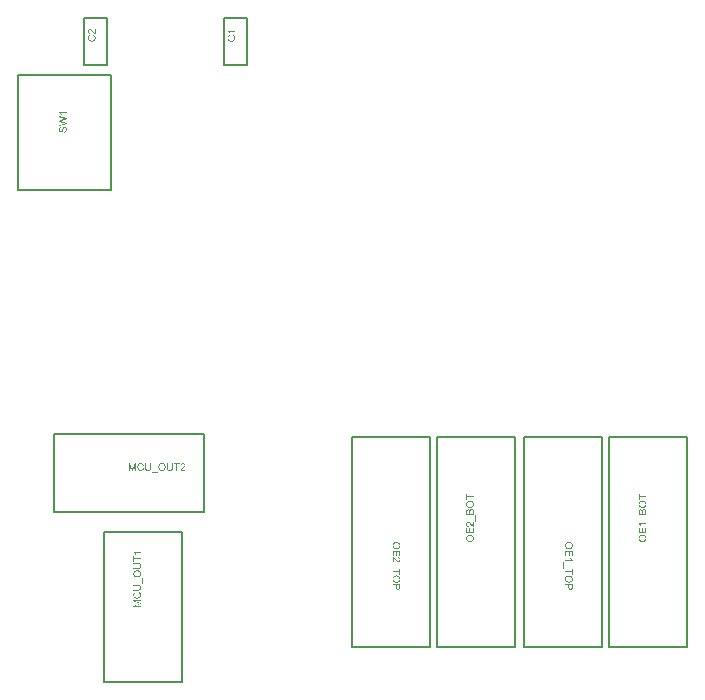
<source format=gbr>
%TF.GenerationSoftware,Altium Limited,Altium Designer,22.7.1 (60)*%
G04 Layer_Color=32896*
%FSLAX45Y45*%
%MOMM*%
%TF.SameCoordinates,61DBAAF2-DE87-4E8A-AD11-02536D302051*%
%TF.FilePolarity,Positive*%
%TF.FileFunction,Other,Top_Assembly*%
%TF.Part,Single*%
G01*
G75*
%TA.AperFunction,NonConductor*%
%ADD61C,0.20000*%
G36*
X1451286Y6539715D02*
X1451189D01*
X1450799D01*
X1450214D01*
X1449531Y6539812D01*
X1448750Y6539910D01*
X1447873Y6540007D01*
X1446897Y6540300D01*
X1445922Y6540592D01*
X1445824D01*
X1445727Y6540690D01*
X1445142Y6540885D01*
X1444361Y6541275D01*
X1443191Y6541860D01*
X1441923Y6542543D01*
X1440460Y6543519D01*
X1438997Y6544494D01*
X1437436Y6545762D01*
X1437339D01*
X1437241Y6545957D01*
X1436656Y6546445D01*
X1435778Y6547225D01*
X1434608Y6548395D01*
X1433242Y6549858D01*
X1431584Y6551614D01*
X1429731Y6553760D01*
X1427683Y6556101D01*
X1427585Y6556198D01*
X1427293Y6556588D01*
X1426902Y6557076D01*
X1426220Y6557759D01*
X1425537Y6558637D01*
X1424659Y6559612D01*
X1422806Y6561758D01*
X1420563Y6564099D01*
X1418319Y6566439D01*
X1417246Y6567610D01*
X1416173Y6568585D01*
X1415101Y6569463D01*
X1414125Y6570243D01*
X1414028D01*
X1413930Y6570438D01*
X1413638Y6570634D01*
X1413247Y6570829D01*
X1412272Y6571414D01*
X1411004Y6572097D01*
X1409541Y6572779D01*
X1407980Y6573365D01*
X1406225Y6573755D01*
X1404567Y6573950D01*
X1404469D01*
X1404372D01*
X1403786Y6573852D01*
X1402909Y6573755D01*
X1401836Y6573560D01*
X1400568Y6573072D01*
X1399300Y6572487D01*
X1397934Y6571706D01*
X1396666Y6570536D01*
X1396569Y6570341D01*
X1396179Y6569951D01*
X1395691Y6569171D01*
X1395008Y6568195D01*
X1394423Y6566927D01*
X1393935Y6565464D01*
X1393545Y6563708D01*
X1393448Y6561758D01*
Y6561173D01*
X1393545Y6560782D01*
X1393643Y6559807D01*
X1393838Y6558539D01*
X1394325Y6557076D01*
X1394911Y6555515D01*
X1395788Y6554052D01*
X1396959Y6552687D01*
X1397154Y6552589D01*
X1397544Y6552199D01*
X1398324Y6551614D01*
X1399397Y6551029D01*
X1400763Y6550346D01*
X1402323Y6549858D01*
X1404177Y6549468D01*
X1406322Y6549273D01*
X1405444Y6541178D01*
X1405347D01*
X1405054D01*
X1404567Y6541275D01*
X1403981Y6541373D01*
X1403201Y6541568D01*
X1402323Y6541665D01*
X1400373Y6542251D01*
X1398129Y6543031D01*
X1395886Y6544104D01*
X1393643Y6545567D01*
X1392667Y6546347D01*
X1391692Y6547322D01*
X1391594Y6547420D01*
X1391497Y6547615D01*
X1391204Y6547908D01*
X1390912Y6548298D01*
X1390619Y6548883D01*
X1390131Y6549566D01*
X1389741Y6550346D01*
X1389254Y6551224D01*
X1388863Y6552199D01*
X1388376Y6553272D01*
X1387986Y6554540D01*
X1387693Y6555808D01*
X1387108Y6558734D01*
X1387010Y6560295D01*
X1386913Y6561953D01*
Y6562831D01*
X1387010Y6563513D01*
X1387108Y6564294D01*
X1387205Y6565172D01*
X1387303Y6566147D01*
X1387595Y6567220D01*
X1388181Y6569561D01*
X1389058Y6571999D01*
X1389644Y6573267D01*
X1390326Y6574437D01*
X1391204Y6575510D01*
X1392082Y6576583D01*
X1392180Y6576681D01*
X1392277Y6576778D01*
X1392570Y6577071D01*
X1392960Y6577461D01*
X1393545Y6577851D01*
X1394130Y6578339D01*
X1395593Y6579314D01*
X1397447Y6580290D01*
X1399592Y6581167D01*
X1402031Y6581850D01*
X1403396Y6581948D01*
X1404762Y6582045D01*
X1404957D01*
X1405444D01*
X1406225Y6581948D01*
X1407200Y6581850D01*
X1408371Y6581655D01*
X1409639Y6581363D01*
X1411004Y6580972D01*
X1412370Y6580387D01*
X1412565Y6580290D01*
X1413052Y6580095D01*
X1413735Y6579704D01*
X1414710Y6579119D01*
X1415881Y6578436D01*
X1417246Y6577559D01*
X1418612Y6576388D01*
X1420172Y6575120D01*
X1420367Y6574925D01*
X1420953Y6574437D01*
X1421831Y6573560D01*
X1422416Y6572974D01*
X1423099Y6572292D01*
X1423879Y6571511D01*
X1424757Y6570536D01*
X1425634Y6569561D01*
X1426707Y6568488D01*
X1427780Y6567317D01*
X1428951Y6565952D01*
X1430121Y6564586D01*
X1431487Y6563026D01*
X1431584Y6562928D01*
X1431779Y6562733D01*
X1432072Y6562343D01*
X1432462Y6561855D01*
X1433437Y6560685D01*
X1434705Y6559222D01*
X1436071Y6557759D01*
X1437436Y6556198D01*
X1438607Y6554930D01*
X1439094Y6554443D01*
X1439582Y6553955D01*
X1439680Y6553857D01*
X1439972Y6553662D01*
X1440362Y6553272D01*
X1440948Y6552784D01*
X1442216Y6551712D01*
X1443776Y6550639D01*
Y6582143D01*
X1451286D01*
Y6539715D01*
D02*
G37*
G36*
X1431487Y6533472D02*
X1431974Y6533277D01*
X1432755Y6533082D01*
X1433535Y6532692D01*
X1434608Y6532302D01*
X1435681Y6531912D01*
X1436851Y6531327D01*
X1439485Y6530059D01*
X1442118Y6528303D01*
X1444654Y6526352D01*
X1445824Y6525182D01*
X1446897Y6523914D01*
X1446995Y6523816D01*
X1447092Y6523621D01*
X1447385Y6523231D01*
X1447775Y6522646D01*
X1448165Y6521963D01*
X1448653Y6521183D01*
X1449141Y6520305D01*
X1449628Y6519232D01*
X1450116Y6518062D01*
X1450604Y6516794D01*
X1451091Y6515331D01*
X1451481Y6513868D01*
X1452164Y6510649D01*
X1452262Y6508893D01*
X1452359Y6507040D01*
Y6506065D01*
X1452262Y6505284D01*
Y6504407D01*
X1452164Y6503431D01*
X1451969Y6502261D01*
X1451872Y6501090D01*
X1451286Y6498359D01*
X1450604Y6495531D01*
X1449531Y6492800D01*
X1448946Y6491434D01*
X1448165Y6490166D01*
X1448068Y6490069D01*
X1447970Y6489874D01*
X1447678Y6489581D01*
X1447385Y6489093D01*
X1446410Y6487923D01*
X1445044Y6486558D01*
X1443386Y6484899D01*
X1441240Y6483339D01*
X1438802Y6481681D01*
X1435973Y6480315D01*
X1435876D01*
X1435583Y6480218D01*
X1435193Y6480023D01*
X1434608Y6479828D01*
X1433827Y6479535D01*
X1432950Y6479242D01*
X1431974Y6478950D01*
X1430804Y6478657D01*
X1429633Y6478364D01*
X1428268Y6478072D01*
X1425342Y6477487D01*
X1422221Y6477097D01*
X1418807Y6476999D01*
X1418709D01*
X1418319D01*
X1417832D01*
X1417149Y6477097D01*
X1416271D01*
X1415198Y6477194D01*
X1414125Y6477292D01*
X1412857Y6477487D01*
X1410126Y6477974D01*
X1407200Y6478560D01*
X1404177Y6479535D01*
X1401348Y6480803D01*
X1401250D01*
X1401055Y6480998D01*
X1400665Y6481193D01*
X1400080Y6481486D01*
X1399495Y6481876D01*
X1398812Y6482363D01*
X1397154Y6483631D01*
X1395301Y6485094D01*
X1393448Y6486948D01*
X1391594Y6489191D01*
X1390034Y6491629D01*
Y6491727D01*
X1389839Y6491922D01*
X1389644Y6492312D01*
X1389449Y6492897D01*
X1389156Y6493483D01*
X1388766Y6494263D01*
X1388473Y6495238D01*
X1388083Y6496214D01*
X1387693Y6497286D01*
X1387400Y6498457D01*
X1386718Y6501090D01*
X1386327Y6504016D01*
X1386132Y6507138D01*
Y6508113D01*
X1386230Y6508796D01*
X1386327Y6509576D01*
X1386425Y6510551D01*
X1386523Y6511624D01*
X1386718Y6512795D01*
X1387303Y6515331D01*
X1388181Y6518062D01*
X1388766Y6519427D01*
X1389449Y6520793D01*
X1390229Y6522061D01*
X1391107Y6523329D01*
X1391204Y6523426D01*
X1391302Y6523621D01*
X1391594Y6523914D01*
X1391985Y6524401D01*
X1392472Y6524889D01*
X1393155Y6525572D01*
X1393838Y6526255D01*
X1394618Y6526937D01*
X1395593Y6527718D01*
X1396569Y6528400D01*
X1397739Y6529181D01*
X1399007Y6529961D01*
X1400275Y6530644D01*
X1401738Y6531327D01*
X1404859Y6532497D01*
X1406810Y6524109D01*
X1406712D01*
X1406517Y6524011D01*
X1406127Y6523914D01*
X1405640Y6523719D01*
X1405054Y6523426D01*
X1404372Y6523134D01*
X1402909Y6522451D01*
X1401250Y6521573D01*
X1399495Y6520403D01*
X1397934Y6519135D01*
X1396569Y6517574D01*
X1396471Y6517379D01*
X1396081Y6516794D01*
X1395593Y6515916D01*
X1394911Y6514648D01*
X1394325Y6513185D01*
X1393838Y6511332D01*
X1393448Y6509283D01*
X1393350Y6506943D01*
Y6506260D01*
X1393448Y6505772D01*
Y6505089D01*
X1393545Y6504407D01*
X1393838Y6502651D01*
X1394228Y6500700D01*
X1394911Y6498652D01*
X1395788Y6496604D01*
X1396959Y6494653D01*
Y6494555D01*
X1397154Y6494458D01*
X1397642Y6493873D01*
X1398422Y6492995D01*
X1399495Y6491922D01*
X1400860Y6490849D01*
X1402421Y6489679D01*
X1404372Y6488606D01*
X1406517Y6487728D01*
X1406615D01*
X1406810Y6487630D01*
X1407103Y6487533D01*
X1407590Y6487435D01*
X1408078Y6487240D01*
X1408761Y6487143D01*
X1410321Y6486753D01*
X1412174Y6486362D01*
X1414223Y6486070D01*
X1416466Y6485875D01*
X1418807Y6485777D01*
X1418904D01*
X1419197D01*
X1419587D01*
X1420172D01*
X1420855Y6485875D01*
X1421733D01*
X1422611Y6485972D01*
X1423586Y6486070D01*
X1425830Y6486362D01*
X1428268Y6486753D01*
X1430706Y6487338D01*
X1433047Y6488118D01*
X1433145D01*
X1433340Y6488216D01*
X1433632Y6488411D01*
X1434023Y6488606D01*
X1435193Y6489093D01*
X1436461Y6489874D01*
X1438022Y6490947D01*
X1439485Y6492215D01*
X1440948Y6493678D01*
X1442216Y6495433D01*
Y6495531D01*
X1442313Y6495628D01*
X1442508Y6495921D01*
X1442703Y6496311D01*
X1443093Y6497384D01*
X1443679Y6498750D01*
X1444166Y6500310D01*
X1444654Y6502163D01*
X1445044Y6504212D01*
X1445142Y6506357D01*
Y6507040D01*
X1445044Y6507528D01*
Y6508113D01*
X1444947Y6508893D01*
X1444654Y6510551D01*
X1444166Y6512405D01*
X1443386Y6514453D01*
X1442411Y6516404D01*
X1441045Y6518354D01*
X1440948Y6518452D01*
X1440850Y6518549D01*
X1440265Y6519135D01*
X1439289Y6520012D01*
X1438022Y6521085D01*
X1436266Y6522158D01*
X1434218Y6523329D01*
X1431682Y6524304D01*
X1428853Y6525084D01*
X1430999Y6533570D01*
X1431096D01*
X1431487Y6533472D01*
D02*
G37*
G36*
X2634178Y6562538D02*
X2584045D01*
X2584142Y6562441D01*
X2584532Y6562050D01*
X2585020Y6561368D01*
X2585703Y6560490D01*
X2586581Y6559417D01*
X2587458Y6558149D01*
X2588531Y6556686D01*
X2589507Y6555028D01*
Y6554930D01*
X2589604Y6554833D01*
X2589994Y6554247D01*
X2590482Y6553370D01*
X2591067Y6552297D01*
X2591750Y6551029D01*
X2592335Y6549663D01*
X2593018Y6548200D01*
X2593603Y6546835D01*
X2585898D01*
Y6546932D01*
X2585800Y6547127D01*
X2585605Y6547518D01*
X2585313Y6547908D01*
X2585020Y6548493D01*
X2584727Y6549176D01*
X2583850Y6550736D01*
X2582777Y6552492D01*
X2581509Y6554443D01*
X2580046Y6556393D01*
X2578485Y6558246D01*
X2578388Y6558344D01*
X2578290Y6558442D01*
X2577705Y6559027D01*
X2576827Y6559905D01*
X2575754Y6560977D01*
X2574389Y6562148D01*
X2572926Y6563318D01*
X2571365Y6564391D01*
X2569804Y6565269D01*
Y6570438D01*
X2634178D01*
Y6562538D01*
D02*
G37*
G36*
X2614378Y6533472D02*
X2614866Y6533277D01*
X2615646Y6533082D01*
X2616427Y6532692D01*
X2617499Y6532302D01*
X2618572Y6531912D01*
X2619743Y6531327D01*
X2622376Y6530059D01*
X2625010Y6528303D01*
X2627546Y6526352D01*
X2628716Y6525182D01*
X2629789Y6523914D01*
X2629887Y6523816D01*
X2629984Y6523621D01*
X2630277Y6523231D01*
X2630667Y6522646D01*
X2631057Y6521963D01*
X2631545Y6521183D01*
X2632032Y6520305D01*
X2632520Y6519232D01*
X2633008Y6518062D01*
X2633495Y6516794D01*
X2633983Y6515331D01*
X2634373Y6513868D01*
X2635056Y6510649D01*
X2635153Y6508893D01*
X2635251Y6507040D01*
Y6506065D01*
X2635153Y6505284D01*
Y6504407D01*
X2635056Y6503431D01*
X2634861Y6502261D01*
X2634763Y6501090D01*
X2634178Y6498359D01*
X2633495Y6495531D01*
X2632422Y6492800D01*
X2631837Y6491434D01*
X2631057Y6490166D01*
X2630959Y6490069D01*
X2630862Y6489874D01*
X2630569Y6489581D01*
X2630277Y6489093D01*
X2629301Y6487923D01*
X2627936Y6486558D01*
X2626278Y6484899D01*
X2624132Y6483339D01*
X2621694Y6481681D01*
X2618865Y6480315D01*
X2618767D01*
X2618475Y6480218D01*
X2618085Y6480023D01*
X2617499Y6479828D01*
X2616719Y6479535D01*
X2615841Y6479242D01*
X2614866Y6478950D01*
X2613696Y6478657D01*
X2612525Y6478364D01*
X2611160Y6478072D01*
X2608234Y6477487D01*
X2605112Y6477097D01*
X2601699Y6476999D01*
X2601601D01*
X2601211D01*
X2600723D01*
X2600041Y6477097D01*
X2599163D01*
X2598090Y6477194D01*
X2597017Y6477292D01*
X2595749Y6477487D01*
X2593018Y6477974D01*
X2590092Y6478560D01*
X2587068Y6479535D01*
X2584240Y6480803D01*
X2584142D01*
X2583947Y6480998D01*
X2583557Y6481193D01*
X2582972Y6481486D01*
X2582387Y6481876D01*
X2581704Y6482363D01*
X2580046Y6483631D01*
X2578192Y6485094D01*
X2576339Y6486948D01*
X2574486Y6489191D01*
X2572926Y6491629D01*
Y6491727D01*
X2572730Y6491922D01*
X2572535Y6492312D01*
X2572340Y6492897D01*
X2572048Y6493483D01*
X2571658Y6494263D01*
X2571365Y6495238D01*
X2570975Y6496214D01*
X2570585Y6497286D01*
X2570292Y6498457D01*
X2569609Y6501090D01*
X2569219Y6504016D01*
X2569024Y6507138D01*
Y6508113D01*
X2569122Y6508796D01*
X2569219Y6509576D01*
X2569317Y6510551D01*
X2569414Y6511624D01*
X2569609Y6512795D01*
X2570195Y6515331D01*
X2571072Y6518062D01*
X2571658Y6519427D01*
X2572340Y6520793D01*
X2573121Y6522061D01*
X2573998Y6523329D01*
X2574096Y6523426D01*
X2574193Y6523621D01*
X2574486Y6523914D01*
X2574876Y6524401D01*
X2575364Y6524889D01*
X2576047Y6525572D01*
X2576729Y6526255D01*
X2577510Y6526937D01*
X2578485Y6527718D01*
X2579460Y6528400D01*
X2580631Y6529181D01*
X2581899Y6529961D01*
X2583167Y6530644D01*
X2584630Y6531327D01*
X2587751Y6532497D01*
X2589702Y6524109D01*
X2589604D01*
X2589409Y6524011D01*
X2589019Y6523914D01*
X2588531Y6523719D01*
X2587946Y6523426D01*
X2587263Y6523134D01*
X2585800Y6522451D01*
X2584142Y6521573D01*
X2582387Y6520403D01*
X2580826Y6519135D01*
X2579460Y6517574D01*
X2579363Y6517379D01*
X2578973Y6516794D01*
X2578485Y6515916D01*
X2577802Y6514648D01*
X2577217Y6513185D01*
X2576729Y6511332D01*
X2576339Y6509283D01*
X2576242Y6506943D01*
Y6506260D01*
X2576339Y6505772D01*
Y6505089D01*
X2576437Y6504407D01*
X2576729Y6502651D01*
X2577120Y6500700D01*
X2577802Y6498652D01*
X2578680Y6496604D01*
X2579851Y6494653D01*
Y6494555D01*
X2580046Y6494458D01*
X2580533Y6493873D01*
X2581314Y6492995D01*
X2582387Y6491922D01*
X2583752Y6490849D01*
X2585313Y6489679D01*
X2587263Y6488606D01*
X2589409Y6487728D01*
X2589507D01*
X2589702Y6487630D01*
X2589994Y6487533D01*
X2590482Y6487435D01*
X2590970Y6487240D01*
X2591652Y6487143D01*
X2593213Y6486753D01*
X2595066Y6486362D01*
X2597114Y6486070D01*
X2599358Y6485875D01*
X2601699Y6485777D01*
X2601796D01*
X2602089D01*
X2602479D01*
X2603064D01*
X2603747Y6485875D01*
X2604625D01*
X2605503Y6485972D01*
X2606478Y6486070D01*
X2608721Y6486362D01*
X2611160Y6486753D01*
X2613598Y6487338D01*
X2615939Y6488118D01*
X2616036D01*
X2616231Y6488216D01*
X2616524Y6488411D01*
X2616914Y6488606D01*
X2618085Y6489093D01*
X2619353Y6489874D01*
X2620913Y6490947D01*
X2622376Y6492215D01*
X2623839Y6493678D01*
X2625107Y6495433D01*
Y6495531D01*
X2625205Y6495628D01*
X2625400Y6495921D01*
X2625595Y6496311D01*
X2625985Y6497384D01*
X2626570Y6498750D01*
X2627058Y6500310D01*
X2627546Y6502163D01*
X2627936Y6504212D01*
X2628033Y6506357D01*
Y6507040D01*
X2627936Y6507528D01*
Y6508113D01*
X2627838Y6508893D01*
X2627546Y6510551D01*
X2627058Y6512405D01*
X2626278Y6514453D01*
X2625302Y6516404D01*
X2623937Y6518354D01*
X2623839Y6518452D01*
X2623742Y6518549D01*
X2623157Y6519135D01*
X2622181Y6520012D01*
X2620913Y6521085D01*
X2619158Y6522158D01*
X2617109Y6523329D01*
X2614573Y6524304D01*
X2611745Y6525084D01*
X2613891Y6533570D01*
X2613988D01*
X2614378Y6533472D01*
D02*
G37*
G36*
X1207609Y5871019D02*
X1157475D01*
X1157573Y5870922D01*
X1157963Y5870532D01*
X1158451Y5869849D01*
X1159133Y5868971D01*
X1160011Y5867898D01*
X1160889Y5866630D01*
X1161962Y5865167D01*
X1162937Y5863509D01*
Y5863412D01*
X1163035Y5863314D01*
X1163425Y5862729D01*
X1163913Y5861851D01*
X1164498Y5860778D01*
X1165181Y5859510D01*
X1165766Y5858145D01*
X1166449Y5856682D01*
X1167034Y5855316D01*
X1159328D01*
Y5855414D01*
X1159231Y5855609D01*
X1159036Y5855999D01*
X1158743Y5856389D01*
X1158451Y5856974D01*
X1158158Y5857657D01*
X1157280Y5859218D01*
X1156207Y5860973D01*
X1154939Y5862924D01*
X1153476Y5864875D01*
X1151916Y5866728D01*
X1151818Y5866825D01*
X1151721Y5866923D01*
X1151135Y5867508D01*
X1150258Y5868386D01*
X1149185Y5869459D01*
X1147819Y5870629D01*
X1146356Y5871800D01*
X1144796Y5872873D01*
X1143235Y5873751D01*
Y5878920D01*
X1207609D01*
Y5871019D01*
D02*
G37*
G36*
Y5827031D02*
Y5818740D01*
X1158841Y5805280D01*
X1158743D01*
X1158548Y5805183D01*
X1158255Y5805085D01*
X1157865Y5804988D01*
X1156792Y5804695D01*
X1155622Y5804402D01*
X1154257Y5804012D01*
X1153086Y5803720D01*
X1152013Y5803427D01*
X1151623Y5803330D01*
X1151330Y5803232D01*
X1151526D01*
X1152013Y5803037D01*
X1152891Y5802842D01*
X1153866Y5802549D01*
X1155134Y5802257D01*
X1156305Y5801964D01*
X1157573Y5801574D01*
X1158841Y5801281D01*
X1207609Y5787821D01*
Y5778946D01*
X1143528Y5762169D01*
Y5770850D01*
X1185663Y5780506D01*
X1185761D01*
X1185956Y5780604D01*
X1186346Y5780701D01*
X1186736Y5780799D01*
X1187419Y5780896D01*
X1188102Y5781091D01*
X1189760Y5781481D01*
X1191710Y5781872D01*
X1193954Y5782359D01*
X1196295Y5782749D01*
X1198733Y5783237D01*
X1198635D01*
X1198245Y5783335D01*
X1197758Y5783432D01*
X1197075Y5783627D01*
X1196295Y5783822D01*
X1195417Y5784017D01*
X1193368Y5784603D01*
X1191320Y5785090D01*
X1189369Y5785578D01*
X1188589Y5785773D01*
X1187809Y5785968D01*
X1187224Y5786066D01*
X1186834Y5786163D01*
X1143528Y5798355D01*
Y5808596D01*
X1176007Y5817765D01*
X1176105D01*
X1176592Y5817960D01*
X1177177Y5818057D01*
X1178055Y5818350D01*
X1179128Y5818545D01*
X1180396Y5818935D01*
X1181859Y5819228D01*
X1183420Y5819618D01*
X1185078Y5820008D01*
X1186834Y5820398D01*
X1190735Y5821276D01*
X1194734Y5822056D01*
X1198733Y5822739D01*
X1198635D01*
X1198440Y5822837D01*
X1198148D01*
X1197660Y5822934D01*
X1197075Y5823129D01*
X1196392Y5823227D01*
X1195612Y5823422D01*
X1194734Y5823617D01*
X1192686Y5824105D01*
X1190247Y5824592D01*
X1187614Y5825275D01*
X1184785Y5825958D01*
X1143528Y5835907D01*
Y5844490D01*
X1207609Y5827031D01*
D02*
G37*
G36*
X1191418Y5756220D02*
X1192686Y5756025D01*
X1194149Y5755732D01*
X1195807Y5755147D01*
X1197563Y5754464D01*
X1199221Y5753489D01*
X1199416Y5753391D01*
X1200001Y5752903D01*
X1200781Y5752318D01*
X1201757Y5751343D01*
X1202927Y5750172D01*
X1204097Y5748709D01*
X1205170Y5746954D01*
X1206243Y5745003D01*
Y5744905D01*
X1206341Y5744710D01*
X1206438Y5744418D01*
X1206633Y5744028D01*
X1206828Y5743540D01*
X1207023Y5742955D01*
X1207414Y5741394D01*
X1207901Y5739639D01*
X1208291Y5737493D01*
X1208584Y5735249D01*
X1208682Y5732713D01*
Y5731250D01*
X1208584Y5730568D01*
Y5729690D01*
X1208487Y5728714D01*
X1208389Y5727642D01*
X1208096Y5725398D01*
X1207609Y5722960D01*
X1207023Y5720521D01*
X1206243Y5718181D01*
Y5718083D01*
X1206146Y5717888D01*
X1205951Y5717595D01*
X1205756Y5717205D01*
X1205170Y5716132D01*
X1204292Y5714864D01*
X1203220Y5713304D01*
X1201952Y5711841D01*
X1200391Y5710280D01*
X1198635Y5708915D01*
X1198538D01*
X1198440Y5708817D01*
X1198148Y5708622D01*
X1197758Y5708427D01*
X1197270Y5708134D01*
X1196685Y5707842D01*
X1195222Y5707257D01*
X1193564Y5706671D01*
X1191515Y5706086D01*
X1189369Y5705696D01*
X1187029Y5705501D01*
X1186346Y5713499D01*
X1186443D01*
X1186541D01*
X1187126Y5713596D01*
X1188004Y5713791D01*
X1189174Y5713987D01*
X1190442Y5714377D01*
X1191808Y5714767D01*
X1193076Y5715352D01*
X1194344Y5716035D01*
X1194441Y5716132D01*
X1194831Y5716425D01*
X1195417Y5716913D01*
X1196099Y5717693D01*
X1196880Y5718571D01*
X1197758Y5719644D01*
X1198538Y5721009D01*
X1199318Y5722472D01*
Y5722570D01*
X1199416Y5722667D01*
X1199611Y5723252D01*
X1199903Y5724130D01*
X1200196Y5725398D01*
X1200586Y5726764D01*
X1200879Y5728519D01*
X1201074Y5730373D01*
X1201171Y5732323D01*
Y5733104D01*
X1201074Y5734079D01*
X1200976Y5735152D01*
X1200879Y5736517D01*
X1200586Y5737883D01*
X1200294Y5739346D01*
X1199806Y5740809D01*
X1199708Y5741004D01*
X1199513Y5741394D01*
X1199221Y5742077D01*
X1198733Y5742857D01*
X1198148Y5743833D01*
X1197465Y5744710D01*
X1196685Y5745588D01*
X1195807Y5746368D01*
X1195709Y5746466D01*
X1195319Y5746661D01*
X1194831Y5746954D01*
X1194149Y5747344D01*
X1193368Y5747636D01*
X1192393Y5747929D01*
X1191418Y5748124D01*
X1190345Y5748222D01*
X1190247D01*
X1189857D01*
X1189272Y5748124D01*
X1188589Y5748027D01*
X1187711Y5747832D01*
X1186834Y5747441D01*
X1185956Y5747051D01*
X1185078Y5746466D01*
X1184980Y5746368D01*
X1184688Y5746173D01*
X1184298Y5745686D01*
X1183712Y5745101D01*
X1183127Y5744320D01*
X1182542Y5743345D01*
X1181859Y5742077D01*
X1181274Y5740711D01*
X1181176Y5740614D01*
X1181079Y5740224D01*
X1180884Y5739443D01*
X1180689Y5738956D01*
X1180494Y5738371D01*
X1180299Y5737590D01*
X1180104Y5736810D01*
X1179811Y5735835D01*
X1179518Y5734859D01*
X1179226Y5733689D01*
X1178933Y5732323D01*
X1178543Y5730860D01*
X1178153Y5729300D01*
Y5729202D01*
X1178055Y5728910D01*
X1177958Y5728422D01*
X1177763Y5727837D01*
X1177568Y5727154D01*
X1177373Y5726374D01*
X1176885Y5724520D01*
X1176202Y5722472D01*
X1175519Y5720424D01*
X1174837Y5718571D01*
X1174544Y5717693D01*
X1174154Y5717010D01*
Y5716913D01*
X1174056Y5716815D01*
X1173666Y5716230D01*
X1173179Y5715450D01*
X1172496Y5714474D01*
X1171618Y5713304D01*
X1170643Y5712231D01*
X1169472Y5711158D01*
X1168204Y5710183D01*
X1168009Y5710085D01*
X1167521Y5709792D01*
X1166839Y5709500D01*
X1165863Y5709110D01*
X1164693Y5708622D01*
X1163327Y5708329D01*
X1161767Y5708037D01*
X1160206Y5707939D01*
X1160109D01*
X1160011D01*
X1159719D01*
X1159328D01*
X1158451Y5708134D01*
X1157280Y5708329D01*
X1155817Y5708622D01*
X1154354Y5709110D01*
X1152696Y5709792D01*
X1151135Y5710670D01*
X1151038D01*
X1150940Y5710768D01*
X1150453Y5711158D01*
X1149672Y5711841D01*
X1148697Y5712719D01*
X1147722Y5713791D01*
X1146649Y5715157D01*
X1145576Y5716815D01*
X1144698Y5718668D01*
Y5718766D01*
X1144600Y5718863D01*
X1144503Y5719156D01*
X1144308Y5719644D01*
X1144210Y5720131D01*
X1144015Y5720717D01*
X1143528Y5722082D01*
X1143137Y5723838D01*
X1142845Y5725788D01*
X1142552Y5728032D01*
X1142455Y5730373D01*
Y5731543D01*
X1142552Y5732226D01*
Y5732909D01*
X1142747Y5734567D01*
X1143040Y5736517D01*
X1143430Y5738663D01*
X1144015Y5740809D01*
X1144796Y5742857D01*
Y5742955D01*
X1144893Y5743052D01*
X1144991Y5743345D01*
X1145186Y5743735D01*
X1145771Y5744710D01*
X1146454Y5745978D01*
X1147429Y5747344D01*
X1148599Y5748709D01*
X1149965Y5750075D01*
X1151526Y5751245D01*
X1151721Y5751343D01*
X1152306Y5751733D01*
X1153281Y5752221D01*
X1154452Y5752708D01*
X1155915Y5753294D01*
X1157670Y5753879D01*
X1159523Y5754269D01*
X1161572Y5754464D01*
X1162157Y5746368D01*
X1162059D01*
X1161864D01*
X1161572Y5746271D01*
X1161182Y5746173D01*
X1160109Y5745978D01*
X1158743Y5745588D01*
X1157280Y5745003D01*
X1155817Y5744223D01*
X1154354Y5743150D01*
X1153086Y5741882D01*
X1152989Y5741687D01*
X1152598Y5741199D01*
X1152111Y5740321D01*
X1151526Y5739151D01*
X1150940Y5737590D01*
X1150453Y5735640D01*
X1150062Y5733396D01*
X1149965Y5730763D01*
Y5729495D01*
X1150062Y5728910D01*
Y5728129D01*
X1150355Y5726471D01*
X1150648Y5724618D01*
X1151135Y5722765D01*
X1151818Y5721009D01*
X1152306Y5720229D01*
X1152793Y5719546D01*
X1152891Y5719449D01*
X1153281Y5719058D01*
X1153866Y5718473D01*
X1154744Y5717888D01*
X1155720Y5717205D01*
X1156890Y5716718D01*
X1158158Y5716327D01*
X1159621Y5716132D01*
X1159816D01*
X1160206D01*
X1160889Y5716230D01*
X1161669Y5716425D01*
X1162547Y5716718D01*
X1163522Y5717205D01*
X1164400Y5717790D01*
X1165278Y5718571D01*
X1165376Y5718668D01*
X1165668Y5719156D01*
X1165863Y5719449D01*
X1166156Y5719839D01*
X1166351Y5720424D01*
X1166644Y5721107D01*
X1167034Y5721887D01*
X1167424Y5722765D01*
X1167716Y5723740D01*
X1168107Y5724911D01*
X1168594Y5726276D01*
X1168984Y5727739D01*
X1169375Y5729397D01*
X1169862Y5731250D01*
Y5731348D01*
X1169960Y5731738D01*
X1170057Y5732226D01*
X1170252Y5732909D01*
X1170447Y5733786D01*
X1170740Y5734762D01*
X1171228Y5736908D01*
X1171911Y5739248D01*
X1172593Y5741589D01*
X1172886Y5742760D01*
X1173276Y5743735D01*
X1173666Y5744710D01*
X1173959Y5745491D01*
Y5745588D01*
X1174056Y5745783D01*
X1174251Y5745978D01*
X1174446Y5746368D01*
X1175032Y5747344D01*
X1175714Y5748612D01*
X1176690Y5749977D01*
X1177860Y5751343D01*
X1179128Y5752611D01*
X1180494Y5753684D01*
X1180689Y5753781D01*
X1181176Y5754074D01*
X1181957Y5754562D01*
X1183127Y5755049D01*
X1184395Y5755537D01*
X1185956Y5756025D01*
X1187711Y5756317D01*
X1189565Y5756415D01*
X1189662D01*
X1189760D01*
X1190052D01*
X1190442D01*
X1191418Y5756220D01*
D02*
G37*
G36*
X1835784Y2149704D02*
X1785650D01*
X1785748Y2149607D01*
X1786138Y2149217D01*
X1786626Y2148534D01*
X1787308Y2147656D01*
X1788186Y2146583D01*
X1789064Y2145315D01*
X1790137Y2143852D01*
X1791112Y2142194D01*
Y2142097D01*
X1791210Y2141999D01*
X1791600Y2141414D01*
X1792088Y2140536D01*
X1792673Y2139463D01*
X1793356Y2138195D01*
X1793941Y2136830D01*
X1794624Y2135367D01*
X1795209Y2134001D01*
X1787503D01*
Y2134099D01*
X1787406Y2134294D01*
X1787211Y2134684D01*
X1786918Y2135074D01*
X1786626Y2135659D01*
X1786333Y2136342D01*
X1785455Y2137903D01*
X1784382Y2139658D01*
X1783114Y2141609D01*
X1781651Y2143560D01*
X1780091Y2145413D01*
X1779993Y2145510D01*
X1779896Y2145608D01*
X1779310Y2146193D01*
X1778433Y2147071D01*
X1777360Y2148144D01*
X1775994Y2149314D01*
X1774531Y2150485D01*
X1772971Y2151558D01*
X1771410Y2152435D01*
Y2157605D01*
X1835784D01*
Y2149704D01*
D02*
G37*
G36*
X1779213Y2101327D02*
X1835784D01*
Y2092841D01*
X1779213D01*
Y2071773D01*
X1771703D01*
Y2122394D01*
X1779213D01*
Y2101327D01*
D02*
G37*
G36*
X1811205Y2062312D02*
X1812082D01*
X1813155Y2062215D01*
X1814326Y2062117D01*
X1816764Y2061824D01*
X1819300Y2061434D01*
X1821836Y2060947D01*
X1824079Y2060166D01*
X1824177D01*
X1824372Y2060069D01*
X1824665Y2059971D01*
X1825055Y2059776D01*
X1826030Y2059191D01*
X1827396Y2058411D01*
X1828859Y2057338D01*
X1830419Y2055972D01*
X1831882Y2054217D01*
X1833345Y2052266D01*
Y2052168D01*
X1833540Y2051973D01*
X1833638Y2051681D01*
X1833931Y2051193D01*
X1834126Y2050705D01*
X1834418Y2050023D01*
X1834808Y2049145D01*
X1835101Y2048267D01*
X1835394Y2047292D01*
X1835784Y2046121D01*
X1836076Y2044951D01*
X1836271Y2043585D01*
X1836662Y2040659D01*
X1836857Y2037343D01*
Y2036465D01*
X1836759Y2035880D01*
Y2035100D01*
X1836662Y2034222D01*
X1836564Y2033246D01*
X1836466Y2032173D01*
X1836076Y2029833D01*
X1835589Y2027394D01*
X1834808Y2024858D01*
X1833833Y2022615D01*
Y2022517D01*
X1833638Y2022322D01*
X1833540Y2022127D01*
X1833248Y2021737D01*
X1832565Y2020664D01*
X1831492Y2019494D01*
X1830224Y2018128D01*
X1828761Y2016860D01*
X1826908Y2015592D01*
X1824860Y2014519D01*
X1824762D01*
X1824567Y2014422D01*
X1824274Y2014324D01*
X1823787Y2014129D01*
X1823202Y2013934D01*
X1822421Y2013739D01*
X1821543Y2013544D01*
X1820568Y2013349D01*
X1819495Y2013056D01*
X1818325Y2012861D01*
X1816959Y2012666D01*
X1815594Y2012471D01*
X1814033Y2012276D01*
X1812375Y2012179D01*
X1810619Y2012081D01*
X1808766D01*
X1771703D01*
Y2020567D01*
X1808766D01*
X1808864D01*
X1809156D01*
X1809547D01*
X1810132D01*
X1810815D01*
X1811595Y2020664D01*
X1813448Y2020762D01*
X1815399Y2020957D01*
X1817447Y2021152D01*
X1819398Y2021542D01*
X1820276Y2021737D01*
X1821056Y2022030D01*
X1821251Y2022127D01*
X1821739Y2022322D01*
X1822421Y2022712D01*
X1823299Y2023298D01*
X1824274Y2023980D01*
X1825347Y2024956D01*
X1826323Y2026029D01*
X1827201Y2027394D01*
X1827298Y2027589D01*
X1827493Y2028077D01*
X1827883Y2028857D01*
X1828176Y2029930D01*
X1828566Y2031296D01*
X1828956Y2032856D01*
X1829151Y2034612D01*
X1829249Y2036563D01*
Y2037440D01*
X1829151Y2038123D01*
Y2038903D01*
X1829054Y2039781D01*
X1828761Y2041732D01*
X1828176Y2043975D01*
X1827493Y2046121D01*
X1826420Y2048169D01*
X1825835Y2049145D01*
X1825055Y2049925D01*
X1824957D01*
X1824860Y2050120D01*
X1824567Y2050315D01*
X1824177Y2050510D01*
X1823689Y2050900D01*
X1823104Y2051193D01*
X1822324Y2051583D01*
X1821446Y2051973D01*
X1820373Y2052266D01*
X1819203Y2052656D01*
X1817935Y2053046D01*
X1816374Y2053339D01*
X1814716Y2053534D01*
X1812960Y2053729D01*
X1810912Y2053924D01*
X1808766D01*
X1771703D01*
Y2062410D01*
X1808766D01*
X1808864D01*
X1809156D01*
X1809644D01*
X1810327D01*
X1811205Y2062312D01*
D02*
G37*
G36*
X1805548Y2000962D02*
X1806425D01*
X1807401Y2000864D01*
X1808474Y2000767D01*
X1809742Y2000572D01*
X1812473Y2000084D01*
X1815399Y1999401D01*
X1818422Y1998426D01*
X1821348Y1997061D01*
X1821446D01*
X1821641Y1996865D01*
X1822031Y1996670D01*
X1822616Y1996378D01*
X1823202Y1995890D01*
X1823982Y1995402D01*
X1825640Y1994232D01*
X1827493Y1992671D01*
X1829444Y1990721D01*
X1831297Y1988477D01*
X1832955Y1985941D01*
Y1985844D01*
X1833150Y1985649D01*
X1833345Y1985259D01*
X1833540Y1984673D01*
X1833833Y1983991D01*
X1834223Y1983210D01*
X1834516Y1982333D01*
X1834906Y1981260D01*
X1835589Y1979016D01*
X1836271Y1976383D01*
X1836662Y1973457D01*
X1836857Y1970433D01*
Y1969555D01*
X1836759Y1968873D01*
Y1968092D01*
X1836662Y1967215D01*
X1836466Y1966142D01*
X1836271Y1964971D01*
X1835784Y1962533D01*
X1835003Y1959802D01*
X1833931Y1956973D01*
X1833345Y1955608D01*
X1832565Y1954242D01*
X1832468Y1954145D01*
X1832370Y1953950D01*
X1832077Y1953559D01*
X1831785Y1953072D01*
X1831297Y1952487D01*
X1830809Y1951804D01*
X1829444Y1950243D01*
X1827688Y1948488D01*
X1825738Y1946634D01*
X1823299Y1944976D01*
X1820666Y1943416D01*
X1820568D01*
X1820276Y1943221D01*
X1819885Y1943123D01*
X1819300Y1942831D01*
X1818617Y1942538D01*
X1817837Y1942245D01*
X1816862Y1941953D01*
X1815789Y1941660D01*
X1814618Y1941270D01*
X1813448Y1940977D01*
X1810717Y1940392D01*
X1807791Y1940002D01*
X1804670Y1939807D01*
X1804475D01*
X1803987D01*
X1803109Y1939904D01*
X1802036D01*
X1800671Y1940099D01*
X1799110Y1940295D01*
X1797452Y1940490D01*
X1795501Y1940880D01*
X1793551Y1941367D01*
X1791502Y1941855D01*
X1789454Y1942538D01*
X1787406Y1943416D01*
X1785358Y1944391D01*
X1783309Y1945464D01*
X1781456Y1946829D01*
X1779701Y1948293D01*
X1779603Y1948390D01*
X1779310Y1948683D01*
X1778823Y1949170D01*
X1778237Y1949853D01*
X1777555Y1950731D01*
X1776872Y1951706D01*
X1775994Y1952877D01*
X1775116Y1954242D01*
X1774336Y1955803D01*
X1773458Y1957461D01*
X1772775Y1959314D01*
X1771995Y1961265D01*
X1771508Y1963313D01*
X1771020Y1965556D01*
X1770727Y1967995D01*
X1770630Y1970433D01*
Y1971311D01*
X1770727Y1971896D01*
Y1972677D01*
X1770825Y1973652D01*
X1771020Y1974627D01*
X1771117Y1975798D01*
X1771703Y1978236D01*
X1772483Y1980967D01*
X1773458Y1983698D01*
X1774141Y1985064D01*
X1774921Y1986429D01*
Y1986527D01*
X1775116Y1986722D01*
X1775311Y1987112D01*
X1775702Y1987600D01*
X1776092Y1988185D01*
X1776677Y1988867D01*
X1777945Y1990428D01*
X1779603Y1992184D01*
X1781651Y1994037D01*
X1783992Y1995695D01*
X1786723Y1997256D01*
X1786821D01*
X1787113Y1997451D01*
X1787503Y1997646D01*
X1788089Y1997841D01*
X1788771Y1998133D01*
X1789649Y1998426D01*
X1790625Y1998816D01*
X1791697Y1999206D01*
X1792965Y1999499D01*
X1794233Y1999889D01*
X1797159Y2000474D01*
X1800378Y2000864D01*
X1803889Y2001059D01*
X1803987D01*
X1804280D01*
X1804865D01*
X1805548Y2000962D01*
D02*
G37*
G36*
X1853535Y1884406D02*
X1847878D01*
Y1936491D01*
X1853535D01*
Y1884406D01*
D02*
G37*
G36*
X1811205Y1878457D02*
X1812082D01*
X1813155Y1878359D01*
X1814326Y1878262D01*
X1816764Y1877969D01*
X1819300Y1877579D01*
X1821836Y1877091D01*
X1824079Y1876311D01*
X1824177D01*
X1824372Y1876213D01*
X1824665Y1876116D01*
X1825055Y1875921D01*
X1826030Y1875336D01*
X1827396Y1874555D01*
X1828859Y1873482D01*
X1830419Y1872117D01*
X1831882Y1870361D01*
X1833345Y1868411D01*
Y1868313D01*
X1833540Y1868118D01*
X1833638Y1867825D01*
X1833931Y1867338D01*
X1834126Y1866850D01*
X1834418Y1866167D01*
X1834808Y1865289D01*
X1835101Y1864412D01*
X1835394Y1863436D01*
X1835784Y1862266D01*
X1836076Y1861095D01*
X1836271Y1859730D01*
X1836662Y1856804D01*
X1836857Y1853488D01*
Y1852610D01*
X1836759Y1852024D01*
Y1851244D01*
X1836662Y1850366D01*
X1836564Y1849391D01*
X1836466Y1848318D01*
X1836076Y1845977D01*
X1835589Y1843539D01*
X1834808Y1841003D01*
X1833833Y1838760D01*
Y1838662D01*
X1833638Y1838467D01*
X1833540Y1838272D01*
X1833248Y1837882D01*
X1832565Y1836809D01*
X1831492Y1835638D01*
X1830224Y1834273D01*
X1828761Y1833005D01*
X1826908Y1831737D01*
X1824860Y1830664D01*
X1824762D01*
X1824567Y1830567D01*
X1824274Y1830469D01*
X1823787Y1830274D01*
X1823202Y1830079D01*
X1822421Y1829884D01*
X1821543Y1829689D01*
X1820568Y1829494D01*
X1819495Y1829201D01*
X1818325Y1829006D01*
X1816959Y1828811D01*
X1815594Y1828616D01*
X1814033Y1828421D01*
X1812375Y1828323D01*
X1810619Y1828226D01*
X1808766D01*
X1771703D01*
Y1836711D01*
X1808766D01*
X1808864D01*
X1809156D01*
X1809547D01*
X1810132D01*
X1810815D01*
X1811595Y1836809D01*
X1813448Y1836906D01*
X1815399Y1837101D01*
X1817447Y1837297D01*
X1819398Y1837687D01*
X1820276Y1837882D01*
X1821056Y1838174D01*
X1821251Y1838272D01*
X1821739Y1838467D01*
X1822421Y1838857D01*
X1823299Y1839442D01*
X1824274Y1840125D01*
X1825347Y1841100D01*
X1826323Y1842173D01*
X1827201Y1843539D01*
X1827298Y1843734D01*
X1827493Y1844222D01*
X1827883Y1845002D01*
X1828176Y1846075D01*
X1828566Y1847440D01*
X1828956Y1849001D01*
X1829151Y1850757D01*
X1829249Y1852707D01*
Y1853585D01*
X1829151Y1854268D01*
Y1855048D01*
X1829054Y1855926D01*
X1828761Y1857877D01*
X1828176Y1860120D01*
X1827493Y1862266D01*
X1826420Y1864314D01*
X1825835Y1865289D01*
X1825055Y1866070D01*
X1824957D01*
X1824860Y1866265D01*
X1824567Y1866460D01*
X1824177Y1866655D01*
X1823689Y1867045D01*
X1823104Y1867338D01*
X1822324Y1867728D01*
X1821446Y1868118D01*
X1820373Y1868411D01*
X1819203Y1868801D01*
X1817935Y1869191D01*
X1816374Y1869483D01*
X1814716Y1869679D01*
X1812960Y1869874D01*
X1810912Y1870069D01*
X1808766D01*
X1771703D01*
Y1878554D01*
X1808766D01*
X1808864D01*
X1809156D01*
X1809644D01*
X1810327D01*
X1811205Y1878457D01*
D02*
G37*
G36*
X1815984Y1817594D02*
X1816472Y1817399D01*
X1817252Y1817204D01*
X1818032Y1816814D01*
X1819105Y1816424D01*
X1820178Y1816034D01*
X1821348Y1815448D01*
X1823982Y1814181D01*
X1826615Y1812425D01*
X1829151Y1810474D01*
X1830322Y1809304D01*
X1831395Y1808036D01*
X1831492Y1807938D01*
X1831590Y1807743D01*
X1831882Y1807353D01*
X1832272Y1806768D01*
X1832663Y1806085D01*
X1833150Y1805305D01*
X1833638Y1804427D01*
X1834126Y1803354D01*
X1834613Y1802184D01*
X1835101Y1800916D01*
X1835589Y1799453D01*
X1835979Y1797990D01*
X1836662Y1794771D01*
X1836759Y1793015D01*
X1836857Y1791162D01*
Y1790187D01*
X1836759Y1789406D01*
Y1788529D01*
X1836662Y1787553D01*
X1836466Y1786383D01*
X1836369Y1785212D01*
X1835784Y1782481D01*
X1835101Y1779653D01*
X1834028Y1776922D01*
X1833443Y1775556D01*
X1832663Y1774288D01*
X1832565Y1774191D01*
X1832468Y1773996D01*
X1832175Y1773703D01*
X1831882Y1773215D01*
X1830907Y1772045D01*
X1829541Y1770679D01*
X1827883Y1769021D01*
X1825738Y1767461D01*
X1823299Y1765803D01*
X1820471Y1764437D01*
X1820373D01*
X1820080Y1764340D01*
X1819690Y1764145D01*
X1819105Y1763949D01*
X1818325Y1763657D01*
X1817447Y1763364D01*
X1816472Y1763072D01*
X1815301Y1762779D01*
X1814131Y1762486D01*
X1812765Y1762194D01*
X1809839Y1761609D01*
X1806718Y1761218D01*
X1803304Y1761121D01*
X1803207D01*
X1802817D01*
X1802329D01*
X1801646Y1761218D01*
X1800768D01*
X1799695Y1761316D01*
X1798623Y1761414D01*
X1797355Y1761609D01*
X1794624Y1762096D01*
X1791697Y1762682D01*
X1788674Y1763657D01*
X1785845Y1764925D01*
X1785748D01*
X1785553Y1765120D01*
X1785163Y1765315D01*
X1784577Y1765608D01*
X1783992Y1765998D01*
X1783309Y1766485D01*
X1781651Y1767753D01*
X1779798Y1769216D01*
X1777945Y1771070D01*
X1776092Y1773313D01*
X1774531Y1775751D01*
Y1775849D01*
X1774336Y1776044D01*
X1774141Y1776434D01*
X1773946Y1777019D01*
X1773653Y1777605D01*
X1773263Y1778385D01*
X1772971Y1779360D01*
X1772580Y1780336D01*
X1772190Y1781408D01*
X1771898Y1782579D01*
X1771215Y1785212D01*
X1770825Y1788138D01*
X1770630Y1791260D01*
Y1792235D01*
X1770727Y1792918D01*
X1770825Y1793698D01*
X1770922Y1794673D01*
X1771020Y1795746D01*
X1771215Y1796917D01*
X1771800Y1799453D01*
X1772678Y1802184D01*
X1773263Y1803549D01*
X1773946Y1804915D01*
X1774726Y1806183D01*
X1775604Y1807451D01*
X1775702Y1807548D01*
X1775799Y1807743D01*
X1776092Y1808036D01*
X1776482Y1808523D01*
X1776970Y1809011D01*
X1777652Y1809694D01*
X1778335Y1810377D01*
X1779115Y1811059D01*
X1780091Y1811840D01*
X1781066Y1812522D01*
X1782236Y1813303D01*
X1783504Y1814083D01*
X1784772Y1814766D01*
X1786235Y1815448D01*
X1789357Y1816619D01*
X1791307Y1808231D01*
X1791210D01*
X1791015Y1808133D01*
X1790625Y1808036D01*
X1790137Y1807841D01*
X1789552Y1807548D01*
X1788869Y1807255D01*
X1787406Y1806573D01*
X1785748Y1805695D01*
X1783992Y1804524D01*
X1782432Y1803256D01*
X1781066Y1801696D01*
X1780968Y1801501D01*
X1780578Y1800916D01*
X1780091Y1800038D01*
X1779408Y1798770D01*
X1778823Y1797307D01*
X1778335Y1795454D01*
X1777945Y1793405D01*
X1777847Y1791064D01*
Y1790382D01*
X1777945Y1789894D01*
Y1789211D01*
X1778042Y1788529D01*
X1778335Y1786773D01*
X1778725Y1784822D01*
X1779408Y1782774D01*
X1780286Y1780726D01*
X1781456Y1778775D01*
Y1778677D01*
X1781651Y1778580D01*
X1782139Y1777995D01*
X1782919Y1777117D01*
X1783992Y1776044D01*
X1785358Y1774971D01*
X1786918Y1773801D01*
X1788869Y1772728D01*
X1791015Y1771850D01*
X1791112D01*
X1791307Y1771752D01*
X1791600Y1771655D01*
X1792088Y1771557D01*
X1792575Y1771362D01*
X1793258Y1771265D01*
X1794819Y1770875D01*
X1796672Y1770484D01*
X1798720Y1770192D01*
X1800963Y1769997D01*
X1803304Y1769899D01*
X1803402D01*
X1803694D01*
X1804085D01*
X1804670D01*
X1805352Y1769997D01*
X1806230D01*
X1807108Y1770094D01*
X1808084Y1770192D01*
X1810327Y1770484D01*
X1812765Y1770875D01*
X1815204Y1771460D01*
X1817544Y1772240D01*
X1817642D01*
X1817837Y1772338D01*
X1818130Y1772533D01*
X1818520Y1772728D01*
X1819690Y1773215D01*
X1820958Y1773996D01*
X1822519Y1775069D01*
X1823982Y1776337D01*
X1825445Y1777800D01*
X1826713Y1779555D01*
Y1779653D01*
X1826810Y1779750D01*
X1827005Y1780043D01*
X1827201Y1780433D01*
X1827591Y1781506D01*
X1828176Y1782871D01*
X1828664Y1784432D01*
X1829151Y1786285D01*
X1829541Y1788333D01*
X1829639Y1790479D01*
Y1791162D01*
X1829541Y1791650D01*
Y1792235D01*
X1829444Y1793015D01*
X1829151Y1794673D01*
X1828664Y1796527D01*
X1827883Y1798575D01*
X1826908Y1800525D01*
X1825542Y1802476D01*
X1825445Y1802574D01*
X1825347Y1802671D01*
X1824762Y1803256D01*
X1823787Y1804134D01*
X1822519Y1805207D01*
X1820763Y1806280D01*
X1818715Y1807451D01*
X1816179Y1808426D01*
X1813350Y1809206D01*
X1815496Y1817692D01*
X1815594D01*
X1815984Y1817594D01*
D02*
G37*
G36*
X1835784Y1741711D02*
X1782139D01*
X1835784Y1722984D01*
Y1715377D01*
X1781261Y1696942D01*
X1835784D01*
Y1688749D01*
X1771703D01*
Y1701429D01*
X1817057Y1716645D01*
X1817154D01*
X1817349Y1716742D01*
X1817642Y1716840D01*
X1818130Y1716937D01*
X1819203Y1717327D01*
X1820568Y1717815D01*
X1822129Y1718303D01*
X1823689Y1718790D01*
X1825250Y1719278D01*
X1826518Y1719668D01*
X1826323Y1719766D01*
X1825835Y1719863D01*
X1825055Y1720156D01*
X1823982Y1720546D01*
X1822519Y1720936D01*
X1820763Y1721521D01*
X1818715Y1722302D01*
X1816277Y1723082D01*
X1771703Y1738395D01*
Y1749904D01*
X1835784D01*
Y1741711D01*
D02*
G37*
G36*
X1836702Y2908557D02*
X1837482Y2908460D01*
X1838458Y2908362D01*
X1839531Y2908265D01*
X1840701Y2908070D01*
X1843237Y2907484D01*
X1845968Y2906607D01*
X1847334Y2906021D01*
X1848699Y2905339D01*
X1849967Y2904558D01*
X1851235Y2903681D01*
X1851333Y2903583D01*
X1851528Y2903485D01*
X1851820Y2903193D01*
X1852308Y2902803D01*
X1852796Y2902315D01*
X1853478Y2901632D01*
X1854161Y2900949D01*
X1854844Y2900169D01*
X1855624Y2899194D01*
X1856307Y2898218D01*
X1857087Y2897048D01*
X1857868Y2895780D01*
X1858550Y2894512D01*
X1859233Y2893049D01*
X1860403Y2889928D01*
X1852015Y2887977D01*
Y2888075D01*
X1851918Y2888270D01*
X1851820Y2888660D01*
X1851625Y2889148D01*
X1851333Y2889733D01*
X1851040Y2890416D01*
X1850357Y2891879D01*
X1849479Y2893537D01*
X1848309Y2895292D01*
X1847041Y2896853D01*
X1845480Y2898218D01*
X1845285Y2898316D01*
X1844700Y2898706D01*
X1843822Y2899194D01*
X1842554Y2899877D01*
X1841091Y2900462D01*
X1839238Y2900949D01*
X1837190Y2901340D01*
X1834849Y2901437D01*
X1834166D01*
X1833679Y2901340D01*
X1832996D01*
X1832313Y2901242D01*
X1830557Y2900949D01*
X1828607Y2900559D01*
X1826558Y2899877D01*
X1824510Y2898999D01*
X1822559Y2897828D01*
X1822462D01*
X1822364Y2897633D01*
X1821779Y2897146D01*
X1820901Y2896365D01*
X1819828Y2895292D01*
X1818756Y2893927D01*
X1817585Y2892366D01*
X1816512Y2890416D01*
X1815634Y2888270D01*
Y2888172D01*
X1815537Y2887977D01*
X1815439Y2887685D01*
X1815342Y2887197D01*
X1815147Y2886709D01*
X1815049Y2886026D01*
X1814659Y2884466D01*
X1814269Y2882613D01*
X1813976Y2880564D01*
X1813781Y2878321D01*
X1813684Y2875980D01*
Y2875883D01*
Y2875590D01*
Y2875200D01*
Y2874615D01*
X1813781Y2873932D01*
Y2873054D01*
X1813879Y2872176D01*
X1813976Y2871201D01*
X1814269Y2868958D01*
X1814659Y2866519D01*
X1815244Y2864081D01*
X1816025Y2861740D01*
Y2861642D01*
X1816122Y2861447D01*
X1816317Y2861155D01*
X1816512Y2860765D01*
X1817000Y2859594D01*
X1817780Y2858326D01*
X1818853Y2856766D01*
X1820121Y2855303D01*
X1821584Y2853840D01*
X1823340Y2852572D01*
X1823437D01*
X1823535Y2852474D01*
X1823827Y2852279D01*
X1824218Y2852084D01*
X1825290Y2851694D01*
X1826656Y2851109D01*
X1828217Y2850621D01*
X1830070Y2850133D01*
X1832118Y2849743D01*
X1834264Y2849646D01*
X1834947D01*
X1835434Y2849743D01*
X1836019D01*
X1836800Y2849841D01*
X1838458Y2850133D01*
X1840311Y2850621D01*
X1842359Y2851401D01*
X1844310Y2852377D01*
X1846261Y2853742D01*
X1846358Y2853840D01*
X1846456Y2853937D01*
X1847041Y2854522D01*
X1847919Y2855498D01*
X1848992Y2856766D01*
X1850065Y2858521D01*
X1851235Y2860570D01*
X1852210Y2863106D01*
X1852991Y2865934D01*
X1861476Y2863788D01*
Y2863691D01*
X1861379Y2863301D01*
X1861184Y2862813D01*
X1860989Y2862033D01*
X1860599Y2861252D01*
X1860208Y2860179D01*
X1859818Y2859107D01*
X1859233Y2857936D01*
X1857965Y2855303D01*
X1856209Y2852669D01*
X1854259Y2850133D01*
X1853088Y2848963D01*
X1851820Y2847890D01*
X1851723Y2847792D01*
X1851528Y2847695D01*
X1851138Y2847402D01*
X1850552Y2847012D01*
X1849870Y2846622D01*
X1849089Y2846134D01*
X1848211Y2845647D01*
X1847139Y2845159D01*
X1845968Y2844671D01*
X1844700Y2844184D01*
X1843237Y2843696D01*
X1841774Y2843306D01*
X1838555Y2842623D01*
X1836800Y2842525D01*
X1834947Y2842428D01*
X1833971D01*
X1833191Y2842525D01*
X1832313D01*
X1831338Y2842623D01*
X1830167Y2842818D01*
X1828997Y2842916D01*
X1826266Y2843501D01*
X1823437Y2844184D01*
X1820706Y2845256D01*
X1819341Y2845842D01*
X1818073Y2846622D01*
X1817975Y2846719D01*
X1817780Y2846817D01*
X1817488Y2847110D01*
X1817000Y2847402D01*
X1815829Y2848378D01*
X1814464Y2849743D01*
X1812806Y2851401D01*
X1811245Y2853547D01*
X1809587Y2855985D01*
X1808222Y2858814D01*
Y2858911D01*
X1808124Y2859204D01*
X1807929Y2859594D01*
X1807734Y2860179D01*
X1807441Y2860960D01*
X1807149Y2861838D01*
X1806856Y2862813D01*
X1806564Y2863983D01*
X1806271Y2865154D01*
X1805978Y2866519D01*
X1805393Y2869445D01*
X1805003Y2872567D01*
X1804905Y2875980D01*
Y2876078D01*
Y2876468D01*
Y2876956D01*
X1805003Y2877638D01*
Y2878516D01*
X1805101Y2879589D01*
X1805198Y2880662D01*
X1805393Y2881930D01*
X1805881Y2884661D01*
X1806466Y2887587D01*
X1807441Y2890611D01*
X1808709Y2893439D01*
Y2893537D01*
X1808904Y2893732D01*
X1809100Y2894122D01*
X1809392Y2894707D01*
X1809782Y2895292D01*
X1810270Y2895975D01*
X1811538Y2897633D01*
X1813001Y2899486D01*
X1814854Y2901340D01*
X1817097Y2903193D01*
X1819536Y2904753D01*
X1819633D01*
X1819828Y2904948D01*
X1820219Y2905144D01*
X1820804Y2905339D01*
X1821389Y2905631D01*
X1822169Y2906021D01*
X1823145Y2906314D01*
X1824120Y2906704D01*
X1825193Y2907094D01*
X1826363Y2907387D01*
X1828997Y2908070D01*
X1831923Y2908460D01*
X1835044Y2908655D01*
X1836019D01*
X1836702Y2908557D01*
D02*
G37*
G36*
X1793689Y2843501D02*
X1785496D01*
Y2897146D01*
X1766769Y2843501D01*
X1759161D01*
X1740727Y2898023D01*
Y2843501D01*
X1732534D01*
Y2907582D01*
X1745213D01*
X1760429Y2862228D01*
Y2862130D01*
X1760527Y2861935D01*
X1760624Y2861642D01*
X1760722Y2861155D01*
X1761112Y2860082D01*
X1761599Y2858716D01*
X1762087Y2857156D01*
X1762575Y2855595D01*
X1763063Y2854035D01*
X1763453Y2852767D01*
X1763550Y2852962D01*
X1763648Y2853449D01*
X1763940Y2854230D01*
X1764330Y2855303D01*
X1764721Y2856766D01*
X1765306Y2858521D01*
X1766086Y2860570D01*
X1766866Y2863008D01*
X1782180Y2907582D01*
X1793689D01*
Y2843501D01*
D02*
G37*
G36*
X2106194Y2870518D02*
Y2870421D01*
Y2870128D01*
Y2869640D01*
Y2868958D01*
X2106097Y2868080D01*
Y2867202D01*
X2105999Y2866129D01*
X2105902Y2864959D01*
X2105609Y2862520D01*
X2105219Y2859984D01*
X2104731Y2857448D01*
X2103951Y2855205D01*
Y2855108D01*
X2103853Y2854913D01*
X2103756Y2854620D01*
X2103561Y2854230D01*
X2102975Y2853254D01*
X2102195Y2851889D01*
X2101122Y2850426D01*
X2099757Y2848865D01*
X2098001Y2847402D01*
X2096050Y2845939D01*
X2095953D01*
X2095758Y2845744D01*
X2095465Y2845647D01*
X2094978Y2845354D01*
X2094490Y2845159D01*
X2093807Y2844866D01*
X2092929Y2844476D01*
X2092051Y2844184D01*
X2091076Y2843891D01*
X2089906Y2843501D01*
X2088735Y2843208D01*
X2087370Y2843013D01*
X2084444Y2842623D01*
X2081127Y2842428D01*
X2080250D01*
X2079664Y2842525D01*
X2078884D01*
X2078006Y2842623D01*
X2077031Y2842721D01*
X2075958Y2842818D01*
X2073617Y2843208D01*
X2071179Y2843696D01*
X2068643Y2844476D01*
X2066399Y2845452D01*
X2066302D01*
X2066107Y2845647D01*
X2065912Y2845744D01*
X2065522Y2846037D01*
X2064449Y2846719D01*
X2063278Y2847792D01*
X2061913Y2849060D01*
X2060645Y2850523D01*
X2059377Y2852377D01*
X2058304Y2854425D01*
Y2854522D01*
X2058206Y2854717D01*
X2058109Y2855010D01*
X2057914Y2855498D01*
X2057719Y2856083D01*
X2057524Y2856863D01*
X2057329Y2857741D01*
X2057134Y2858716D01*
X2056841Y2859789D01*
X2056646Y2860960D01*
X2056451Y2862325D01*
X2056256Y2863691D01*
X2056061Y2865251D01*
X2055963Y2866909D01*
X2055866Y2868665D01*
Y2870518D01*
Y2907582D01*
X2064351D01*
Y2870518D01*
Y2870421D01*
Y2870128D01*
Y2869738D01*
Y2869153D01*
Y2868470D01*
X2064449Y2867690D01*
X2064546Y2865837D01*
X2064741Y2863886D01*
X2064936Y2861838D01*
X2065327Y2859887D01*
X2065522Y2859009D01*
X2065814Y2858229D01*
X2065912Y2858034D01*
X2066107Y2857546D01*
X2066497Y2856863D01*
X2067082Y2855985D01*
X2067765Y2855010D01*
X2068740Y2853937D01*
X2069813Y2852962D01*
X2071179Y2852084D01*
X2071374Y2851986D01*
X2071861Y2851791D01*
X2072642Y2851401D01*
X2073715Y2851109D01*
X2075080Y2850718D01*
X2076641Y2850328D01*
X2078396Y2850133D01*
X2080347Y2850036D01*
X2081225D01*
X2081908Y2850133D01*
X2082688D01*
X2083566Y2850231D01*
X2085517Y2850523D01*
X2087760Y2851109D01*
X2089906Y2851791D01*
X2091954Y2852864D01*
X2092929Y2853449D01*
X2093710Y2854230D01*
Y2854327D01*
X2093905Y2854425D01*
X2094100Y2854717D01*
X2094295Y2855108D01*
X2094685Y2855595D01*
X2094978Y2856180D01*
X2095368Y2856961D01*
X2095758Y2857839D01*
X2096050Y2858911D01*
X2096441Y2860082D01*
X2096831Y2861350D01*
X2097123Y2862910D01*
X2097318Y2864569D01*
X2097513Y2866324D01*
X2097709Y2868372D01*
Y2870518D01*
Y2907582D01*
X2106194D01*
Y2870518D01*
D02*
G37*
G36*
X1922339D02*
Y2870421D01*
Y2870128D01*
Y2869640D01*
Y2868958D01*
X1922241Y2868080D01*
Y2867202D01*
X1922144Y2866129D01*
X1922046Y2864959D01*
X1921754Y2862520D01*
X1921363Y2859984D01*
X1920876Y2857448D01*
X1920095Y2855205D01*
Y2855108D01*
X1919998Y2854913D01*
X1919900Y2854620D01*
X1919705Y2854230D01*
X1919120Y2853254D01*
X1918340Y2851889D01*
X1917267Y2850426D01*
X1915901Y2848865D01*
X1914146Y2847402D01*
X1912195Y2845939D01*
X1912098D01*
X1911902Y2845744D01*
X1911610Y2845647D01*
X1911122Y2845354D01*
X1910634Y2845159D01*
X1909952Y2844866D01*
X1909074Y2844476D01*
X1908196Y2844184D01*
X1907221Y2843891D01*
X1906050Y2843501D01*
X1904880Y2843208D01*
X1903514Y2843013D01*
X1900588Y2842623D01*
X1897272Y2842428D01*
X1896394D01*
X1895809Y2842525D01*
X1895029D01*
X1894151Y2842623D01*
X1893176Y2842721D01*
X1892103Y2842818D01*
X1889762Y2843208D01*
X1887323Y2843696D01*
X1884787Y2844476D01*
X1882544Y2845452D01*
X1882447D01*
X1882252Y2845647D01*
X1882056Y2845744D01*
X1881666Y2846037D01*
X1880593Y2846719D01*
X1879423Y2847792D01*
X1878057Y2849060D01*
X1876789Y2850523D01*
X1875522Y2852377D01*
X1874449Y2854425D01*
Y2854522D01*
X1874351Y2854717D01*
X1874254Y2855010D01*
X1874058Y2855498D01*
X1873863Y2856083D01*
X1873668Y2856863D01*
X1873473Y2857741D01*
X1873278Y2858716D01*
X1872986Y2859789D01*
X1872791Y2860960D01*
X1872595Y2862325D01*
X1872400Y2863691D01*
X1872205Y2865251D01*
X1872108Y2866909D01*
X1872010Y2868665D01*
Y2870518D01*
Y2907582D01*
X1880496D01*
Y2870518D01*
Y2870421D01*
Y2870128D01*
Y2869738D01*
Y2869153D01*
Y2868470D01*
X1880593Y2867690D01*
X1880691Y2865837D01*
X1880886Y2863886D01*
X1881081Y2861838D01*
X1881471Y2859887D01*
X1881666Y2859009D01*
X1881959Y2858229D01*
X1882056Y2858034D01*
X1882252Y2857546D01*
X1882642Y2856863D01*
X1883227Y2855985D01*
X1883910Y2855010D01*
X1884885Y2853937D01*
X1885958Y2852962D01*
X1887323Y2852084D01*
X1887518Y2851986D01*
X1888006Y2851791D01*
X1888786Y2851401D01*
X1889859Y2851109D01*
X1891225Y2850718D01*
X1892785Y2850328D01*
X1894541Y2850133D01*
X1896492Y2850036D01*
X1897370D01*
X1898052Y2850133D01*
X1898833D01*
X1899710Y2850231D01*
X1901661Y2850523D01*
X1903904Y2851109D01*
X1906050Y2851791D01*
X1908099Y2852864D01*
X1909074Y2853449D01*
X1909854Y2854230D01*
Y2854327D01*
X1910049Y2854425D01*
X1910244Y2854717D01*
X1910439Y2855108D01*
X1910830Y2855595D01*
X1911122Y2856180D01*
X1911512Y2856961D01*
X1911902Y2857839D01*
X1912195Y2858911D01*
X1912585Y2860082D01*
X1912975Y2861350D01*
X1913268Y2862910D01*
X1913463Y2864569D01*
X1913658Y2866324D01*
X1913853Y2868372D01*
Y2870518D01*
Y2907582D01*
X1922339D01*
Y2870518D01*
D02*
G37*
G36*
X2194464Y2907777D02*
X2195245Y2907679D01*
X2196122Y2907582D01*
X2197098Y2907484D01*
X2198171Y2907192D01*
X2200511Y2906607D01*
X2202950Y2905729D01*
X2204218Y2905144D01*
X2205388Y2904461D01*
X2206461Y2903583D01*
X2207534Y2902705D01*
X2207632Y2902608D01*
X2207729Y2902510D01*
X2208022Y2902217D01*
X2208412Y2901827D01*
X2208802Y2901242D01*
X2209290Y2900657D01*
X2210265Y2899194D01*
X2211240Y2897341D01*
X2212118Y2895195D01*
X2212801Y2892756D01*
X2212899Y2891391D01*
X2212996Y2890025D01*
Y2889830D01*
Y2889343D01*
X2212899Y2888562D01*
X2212801Y2887587D01*
X2212606Y2886417D01*
X2212313Y2885149D01*
X2211923Y2883783D01*
X2211338Y2882418D01*
X2211240Y2882223D01*
X2211045Y2881735D01*
X2210655Y2881052D01*
X2210070Y2880077D01*
X2209387Y2878906D01*
X2208509Y2877541D01*
X2207339Y2876175D01*
X2206071Y2874615D01*
X2205876Y2874420D01*
X2205388Y2873834D01*
X2204510Y2872957D01*
X2203925Y2872371D01*
X2203242Y2871689D01*
X2202462Y2870908D01*
X2201487Y2870031D01*
X2200511Y2869153D01*
X2199439Y2868080D01*
X2198268Y2867007D01*
X2196903Y2865837D01*
X2195537Y2864666D01*
X2193977Y2863301D01*
X2193879Y2863203D01*
X2193684Y2863008D01*
X2193294Y2862715D01*
X2192806Y2862325D01*
X2191636Y2861350D01*
X2190173Y2860082D01*
X2188710Y2858716D01*
X2187149Y2857351D01*
X2185881Y2856180D01*
X2185393Y2855693D01*
X2184906Y2855205D01*
X2184808Y2855108D01*
X2184613Y2854815D01*
X2184223Y2854425D01*
X2183735Y2853840D01*
X2182662Y2852572D01*
X2181589Y2851011D01*
X2213094D01*
Y2843501D01*
X2170665D01*
Y2843598D01*
Y2843988D01*
Y2844574D01*
X2170763Y2845256D01*
X2170861Y2846037D01*
X2170958Y2846915D01*
X2171251Y2847890D01*
X2171543Y2848865D01*
Y2848963D01*
X2171641Y2849060D01*
X2171836Y2849646D01*
X2172226Y2850426D01*
X2172811Y2851596D01*
X2173494Y2852864D01*
X2174469Y2854327D01*
X2175445Y2855790D01*
X2176713Y2857351D01*
Y2857448D01*
X2176908Y2857546D01*
X2177395Y2858131D01*
X2178176Y2859009D01*
X2179346Y2860179D01*
X2180809Y2861545D01*
X2182565Y2863203D01*
X2184711Y2865056D01*
X2187052Y2867105D01*
X2187149Y2867202D01*
X2187539Y2867495D01*
X2188027Y2867885D01*
X2188710Y2868568D01*
X2189587Y2869250D01*
X2190563Y2870128D01*
X2192709Y2871981D01*
X2195049Y2874225D01*
X2197390Y2876468D01*
X2198561Y2877541D01*
X2199536Y2878614D01*
X2200414Y2879687D01*
X2201194Y2880662D01*
Y2880760D01*
X2201389Y2880857D01*
X2201584Y2881150D01*
X2201779Y2881540D01*
X2202365Y2882515D01*
X2203047Y2883783D01*
X2203730Y2885246D01*
X2204315Y2886807D01*
X2204706Y2888562D01*
X2204901Y2890221D01*
Y2890318D01*
Y2890416D01*
X2204803Y2891001D01*
X2204706Y2891879D01*
X2204510Y2892952D01*
X2204023Y2894220D01*
X2203438Y2895487D01*
X2202657Y2896853D01*
X2201487Y2898121D01*
X2201292Y2898218D01*
X2200902Y2898609D01*
X2200121Y2899096D01*
X2199146Y2899779D01*
X2197878Y2900364D01*
X2196415Y2900852D01*
X2194659Y2901242D01*
X2192709Y2901340D01*
X2192123D01*
X2191733Y2901242D01*
X2190758Y2901145D01*
X2189490Y2900949D01*
X2188027Y2900462D01*
X2186466Y2899877D01*
X2185003Y2898999D01*
X2183638Y2897828D01*
X2183540Y2897633D01*
X2183150Y2897243D01*
X2182565Y2896463D01*
X2181980Y2895390D01*
X2181297Y2894024D01*
X2180809Y2892464D01*
X2180419Y2890611D01*
X2180224Y2888465D01*
X2172128Y2889343D01*
Y2889440D01*
Y2889733D01*
X2172226Y2890221D01*
X2172324Y2890806D01*
X2172519Y2891586D01*
X2172616Y2892464D01*
X2173201Y2894415D01*
X2173982Y2896658D01*
X2175055Y2898901D01*
X2176518Y2901145D01*
X2177298Y2902120D01*
X2178273Y2903095D01*
X2178371Y2903193D01*
X2178566Y2903290D01*
X2178858Y2903583D01*
X2179249Y2903876D01*
X2179834Y2904168D01*
X2180517Y2904656D01*
X2181297Y2905046D01*
X2182175Y2905534D01*
X2183150Y2905924D01*
X2184223Y2906412D01*
X2185491Y2906802D01*
X2186759Y2907094D01*
X2189685Y2907679D01*
X2191246Y2907777D01*
X2192904Y2907875D01*
X2193781D01*
X2194464Y2907777D01*
D02*
G37*
G36*
X2166179Y2900072D02*
X2145111D01*
Y2843501D01*
X2136625D01*
Y2900072D01*
X2115558D01*
Y2907582D01*
X2166179D01*
Y2900072D01*
D02*
G37*
G36*
X2015681Y2908557D02*
X2016461D01*
X2017436Y2908460D01*
X2018412Y2908265D01*
X2019582Y2908167D01*
X2022021Y2907582D01*
X2024752Y2906802D01*
X2027483Y2905826D01*
X2028848Y2905144D01*
X2030214Y2904363D01*
X2030311D01*
X2030506Y2904168D01*
X2030896Y2903973D01*
X2031384Y2903583D01*
X2031969Y2903193D01*
X2032652Y2902608D01*
X2034213Y2901340D01*
X2035968Y2899682D01*
X2037821Y2897633D01*
X2039480Y2895292D01*
X2041040Y2892561D01*
Y2892464D01*
X2041235Y2892171D01*
X2041430Y2891781D01*
X2041625Y2891196D01*
X2041918Y2890513D01*
X2042211Y2889635D01*
X2042601Y2888660D01*
X2042991Y2887587D01*
X2043283Y2886319D01*
X2043674Y2885051D01*
X2044259Y2882125D01*
X2044649Y2878906D01*
X2044844Y2875395D01*
Y2875298D01*
Y2875005D01*
Y2874420D01*
X2044746Y2873737D01*
Y2872859D01*
X2044649Y2871884D01*
X2044551Y2870811D01*
X2044356Y2869543D01*
X2043869Y2866812D01*
X2043186Y2863886D01*
X2042211Y2860862D01*
X2040845Y2857936D01*
Y2857839D01*
X2040650Y2857644D01*
X2040455Y2857253D01*
X2040162Y2856668D01*
X2039675Y2856083D01*
X2039187Y2855303D01*
X2038016Y2853645D01*
X2036456Y2851791D01*
X2034505Y2849841D01*
X2032262Y2847987D01*
X2029726Y2846329D01*
X2029628D01*
X2029433Y2846134D01*
X2029043Y2845939D01*
X2028458Y2845744D01*
X2027775Y2845452D01*
X2026995Y2845061D01*
X2026117Y2844769D01*
X2025044Y2844379D01*
X2022801Y2843696D01*
X2020167Y2843013D01*
X2017241Y2842623D01*
X2014218Y2842428D01*
X2013340D01*
X2012657Y2842525D01*
X2011877D01*
X2010999Y2842623D01*
X2009926Y2842818D01*
X2008756Y2843013D01*
X2006317Y2843501D01*
X2003586Y2844281D01*
X2000758Y2845354D01*
X1999392Y2845939D01*
X1998027Y2846719D01*
X1997929Y2846817D01*
X1997734Y2846915D01*
X1997344Y2847207D01*
X1996856Y2847500D01*
X1996271Y2847987D01*
X1995588Y2848475D01*
X1994028Y2849841D01*
X1992272Y2851596D01*
X1990419Y2853547D01*
X1988761Y2855985D01*
X1987200Y2858619D01*
Y2858716D01*
X1987005Y2859009D01*
X1986908Y2859399D01*
X1986615Y2859984D01*
X1986322Y2860667D01*
X1986030Y2861447D01*
X1985737Y2862423D01*
X1985445Y2863496D01*
X1985054Y2864666D01*
X1984762Y2865837D01*
X1984177Y2868568D01*
X1983786Y2871494D01*
X1983591Y2874615D01*
Y2874810D01*
Y2875298D01*
X1983689Y2876175D01*
Y2877248D01*
X1983884Y2878614D01*
X1984079Y2880174D01*
X1984274Y2881832D01*
X1984664Y2883783D01*
X1985152Y2885734D01*
X1985640Y2887782D01*
X1986322Y2889830D01*
X1987200Y2891879D01*
X1988176Y2893927D01*
X1989248Y2895975D01*
X1990614Y2897828D01*
X1992077Y2899584D01*
X1992175Y2899682D01*
X1992467Y2899974D01*
X1992955Y2900462D01*
X1993638Y2901047D01*
X1994515Y2901730D01*
X1995491Y2902413D01*
X1996661Y2903290D01*
X1998027Y2904168D01*
X1999587Y2904948D01*
X2001245Y2905826D01*
X2003099Y2906509D01*
X2005049Y2907289D01*
X2007098Y2907777D01*
X2009341Y2908265D01*
X2011779Y2908557D01*
X2014218Y2908655D01*
X2015096D01*
X2015681Y2908557D01*
D02*
G37*
G36*
X1980275Y2825749D02*
X1928191D01*
Y2831406D01*
X1980275D01*
Y2825749D01*
D02*
G37*
G36*
X4597654Y2625848D02*
X4654225D01*
Y2617363D01*
X4597654D01*
Y2596295D01*
X4590143D01*
Y2646916D01*
X4597654D01*
Y2625848D01*
D02*
G37*
G36*
X4623988Y2590052D02*
X4624866D01*
X4625842Y2589955D01*
X4626915Y2589857D01*
X4628183Y2589662D01*
X4630914Y2589175D01*
X4633840Y2588492D01*
X4636863Y2587517D01*
X4639789Y2586151D01*
X4639887D01*
X4640082Y2585956D01*
X4640472Y2585761D01*
X4641057Y2585468D01*
X4641642Y2584981D01*
X4642423Y2584493D01*
X4644081Y2583322D01*
X4645934Y2581762D01*
X4647885Y2579811D01*
X4649738Y2577568D01*
X4651396Y2575032D01*
Y2574934D01*
X4651591Y2574739D01*
X4651786Y2574349D01*
X4651981Y2573764D01*
X4652274Y2573081D01*
X4652664Y2572301D01*
X4652957Y2571423D01*
X4653347Y2570350D01*
X4654030Y2568107D01*
X4654712Y2565473D01*
X4655102Y2562547D01*
X4655298Y2559524D01*
Y2558646D01*
X4655200Y2557963D01*
Y2557183D01*
X4655102Y2556305D01*
X4654907Y2555232D01*
X4654712Y2554062D01*
X4654225Y2551623D01*
X4653444Y2548892D01*
X4652371Y2546064D01*
X4651786Y2544698D01*
X4651006Y2543333D01*
X4650908Y2543235D01*
X4650811Y2543040D01*
X4650518Y2542650D01*
X4650226Y2542162D01*
X4649738Y2541577D01*
X4649250Y2540894D01*
X4647885Y2539334D01*
X4646129Y2537578D01*
X4644178Y2535725D01*
X4641740Y2534067D01*
X4639107Y2532506D01*
X4639009D01*
X4638716Y2532311D01*
X4638326Y2532214D01*
X4637741Y2531921D01*
X4637058Y2531628D01*
X4636278Y2531336D01*
X4635303Y2531043D01*
X4634230Y2530751D01*
X4633059Y2530360D01*
X4631889Y2530068D01*
X4629158Y2529483D01*
X4626232Y2529092D01*
X4623111Y2528897D01*
X4622916D01*
X4622428D01*
X4621550Y2528995D01*
X4620477D01*
X4619112Y2529190D01*
X4617551Y2529385D01*
X4615893Y2529580D01*
X4613942Y2529970D01*
X4611992Y2530458D01*
X4609943Y2530946D01*
X4607895Y2531628D01*
X4605847Y2532506D01*
X4603799Y2533482D01*
X4601750Y2534554D01*
X4599897Y2535920D01*
X4598141Y2537383D01*
X4598044Y2537481D01*
X4597751Y2537773D01*
X4597264Y2538261D01*
X4596678Y2538944D01*
X4595996Y2539821D01*
X4595313Y2540797D01*
X4594435Y2541967D01*
X4593557Y2543333D01*
X4592777Y2544893D01*
X4591899Y2546551D01*
X4591216Y2548405D01*
X4590436Y2550355D01*
X4589948Y2552404D01*
X4589461Y2554647D01*
X4589168Y2557085D01*
X4589071Y2559524D01*
Y2560402D01*
X4589168Y2560987D01*
Y2561767D01*
X4589266Y2562742D01*
X4589461Y2563718D01*
X4589558Y2564888D01*
X4590143Y2567327D01*
X4590924Y2570058D01*
X4591899Y2572789D01*
X4592582Y2574154D01*
X4593362Y2575520D01*
Y2575617D01*
X4593557Y2575812D01*
X4593752Y2576202D01*
X4594142Y2576690D01*
X4594533Y2577275D01*
X4595118Y2577958D01*
X4596386Y2579519D01*
X4598044Y2581274D01*
X4600092Y2583127D01*
X4602433Y2584786D01*
X4605164Y2586346D01*
X4605262D01*
X4605554Y2586541D01*
X4605944Y2586736D01*
X4606530Y2586931D01*
X4607212Y2587224D01*
X4608090Y2587517D01*
X4609065Y2587907D01*
X4610138Y2588297D01*
X4611406Y2588589D01*
X4612674Y2588980D01*
X4615600Y2589565D01*
X4618819Y2589955D01*
X4622330Y2590150D01*
X4622428D01*
X4622720D01*
X4623306D01*
X4623988Y2590052D01*
D02*
G37*
G36*
X4637351Y2519729D02*
X4638424Y2519631D01*
X4639692Y2519339D01*
X4641155Y2519046D01*
X4642618Y2518559D01*
X4644081Y2517876D01*
X4644276Y2517778D01*
X4644764Y2517583D01*
X4645446Y2517096D01*
X4646324Y2516608D01*
X4647300Y2515925D01*
X4648275Y2515145D01*
X4649250Y2514169D01*
X4650128Y2513194D01*
X4650226Y2513097D01*
X4650421Y2512706D01*
X4650811Y2512121D01*
X4651299Y2511243D01*
X4651786Y2510268D01*
X4652274Y2509000D01*
X4652762Y2507635D01*
X4653249Y2506172D01*
Y2505976D01*
X4653444Y2505391D01*
X4653542Y2504513D01*
X4653737Y2503343D01*
X4653932Y2501782D01*
X4654030Y2500027D01*
X4654225Y2498076D01*
Y2471449D01*
X4590143D01*
Y2496613D01*
X4590241Y2497296D01*
Y2497978D01*
X4590339Y2499637D01*
X4590631Y2501490D01*
X4590924Y2503441D01*
X4591411Y2505391D01*
X4592094Y2507147D01*
Y2507244D01*
X4592192Y2507342D01*
X4592484Y2507927D01*
X4592972Y2508707D01*
X4593557Y2509683D01*
X4594435Y2510853D01*
X4595508Y2512024D01*
X4596678Y2513097D01*
X4598141Y2514169D01*
X4598336Y2514267D01*
X4598824Y2514560D01*
X4599702Y2514950D01*
X4600775Y2515437D01*
X4602043Y2515925D01*
X4603408Y2516315D01*
X4604969Y2516608D01*
X4606627Y2516705D01*
X4606822D01*
X4607310D01*
X4608090Y2516608D01*
X4609163Y2516413D01*
X4610333Y2516120D01*
X4611601Y2515730D01*
X4613064Y2515242D01*
X4614430Y2514462D01*
X4614625Y2514365D01*
X4615015Y2514072D01*
X4615698Y2513487D01*
X4616478Y2512804D01*
X4617454Y2511829D01*
X4618331Y2510658D01*
X4619307Y2509293D01*
X4620185Y2507635D01*
Y2507732D01*
X4620282Y2507927D01*
X4620380Y2508220D01*
X4620477Y2508610D01*
X4620965Y2509683D01*
X4621550Y2510951D01*
X4622428Y2512414D01*
X4623403Y2513877D01*
X4624574Y2515340D01*
X4626037Y2516608D01*
X4626232Y2516705D01*
X4626719Y2517096D01*
X4627597Y2517583D01*
X4628768Y2518266D01*
X4630231Y2518851D01*
X4631791Y2519339D01*
X4633645Y2519729D01*
X4635693Y2519827D01*
X4635888D01*
X4636473D01*
X4637351Y2519729D01*
D02*
G37*
G36*
X4671976Y2413805D02*
X4666319D01*
Y2465889D01*
X4671976D01*
Y2413805D01*
D02*
G37*
G36*
X4654225Y2368061D02*
X4654127D01*
X4653737D01*
X4653152D01*
X4652469Y2368158D01*
X4651689Y2368256D01*
X4650811Y2368353D01*
X4649836Y2368646D01*
X4648860Y2368938D01*
X4648763D01*
X4648665Y2369036D01*
X4648080Y2369231D01*
X4647300Y2369621D01*
X4646129Y2370206D01*
X4644861Y2370889D01*
X4643398Y2371864D01*
X4641935Y2372840D01*
X4640375Y2374108D01*
X4640277D01*
X4640179Y2374303D01*
X4639594Y2374791D01*
X4638716Y2375571D01*
X4637546Y2376741D01*
X4636180Y2378204D01*
X4634522Y2379960D01*
X4632669Y2382106D01*
X4630621Y2384447D01*
X4630523Y2384544D01*
X4630231Y2384934D01*
X4629841Y2385422D01*
X4629158Y2386105D01*
X4628475Y2386983D01*
X4627597Y2387958D01*
X4625744Y2390104D01*
X4623501Y2392445D01*
X4621257Y2394785D01*
X4620185Y2395956D01*
X4619112Y2396931D01*
X4618039Y2397809D01*
X4617063Y2398589D01*
X4616966D01*
X4616868Y2398784D01*
X4616576Y2398979D01*
X4616186Y2399175D01*
X4615210Y2399760D01*
X4613942Y2400442D01*
X4612479Y2401125D01*
X4610919Y2401710D01*
X4609163Y2402101D01*
X4607505Y2402296D01*
X4607407D01*
X4607310D01*
X4606725Y2402198D01*
X4605847Y2402101D01*
X4604774Y2401906D01*
X4603506Y2401418D01*
X4602238Y2400833D01*
X4600872Y2400052D01*
X4599604Y2398882D01*
X4599507Y2398687D01*
X4599117Y2398297D01*
X4598629Y2397516D01*
X4597946Y2396541D01*
X4597361Y2395273D01*
X4596873Y2393810D01*
X4596483Y2392054D01*
X4596386Y2390104D01*
Y2389518D01*
X4596483Y2389128D01*
X4596581Y2388153D01*
X4596776Y2386885D01*
X4597264Y2385422D01*
X4597849Y2383861D01*
X4598727Y2382398D01*
X4599897Y2381033D01*
X4600092Y2380935D01*
X4600482Y2380545D01*
X4601263Y2379960D01*
X4602335Y2379375D01*
X4603701Y2378692D01*
X4605262Y2378204D01*
X4607115Y2377814D01*
X4609261Y2377619D01*
X4608383Y2369524D01*
X4608285D01*
X4607993D01*
X4607505Y2369621D01*
X4606920Y2369719D01*
X4606139Y2369914D01*
X4605262Y2370011D01*
X4603311Y2370596D01*
X4601068Y2371377D01*
X4598824Y2372450D01*
X4596581Y2373913D01*
X4595605Y2374693D01*
X4594630Y2375668D01*
X4594533Y2375766D01*
X4594435Y2375961D01*
X4594142Y2376254D01*
X4593850Y2376644D01*
X4593557Y2377229D01*
X4593070Y2377912D01*
X4592679Y2378692D01*
X4592192Y2379570D01*
X4591802Y2380545D01*
X4591314Y2381618D01*
X4590924Y2382886D01*
X4590631Y2384154D01*
X4590046Y2387080D01*
X4589948Y2388641D01*
X4589851Y2390299D01*
Y2391177D01*
X4589948Y2391859D01*
X4590046Y2392640D01*
X4590143Y2393517D01*
X4590241Y2394493D01*
X4590534Y2395566D01*
X4591119Y2397907D01*
X4591997Y2400345D01*
X4592582Y2401613D01*
X4593265Y2402783D01*
X4594142Y2403856D01*
X4595020Y2404929D01*
X4595118Y2405027D01*
X4595215Y2405124D01*
X4595508Y2405417D01*
X4595898Y2405807D01*
X4596483Y2406197D01*
X4597069Y2406685D01*
X4598532Y2407660D01*
X4600385Y2408636D01*
X4602531Y2409513D01*
X4604969Y2410196D01*
X4606334Y2410294D01*
X4607700Y2410391D01*
X4607895D01*
X4608383D01*
X4609163Y2410294D01*
X4610138Y2410196D01*
X4611309Y2410001D01*
X4612577Y2409708D01*
X4613942Y2409318D01*
X4615308Y2408733D01*
X4615503Y2408636D01*
X4615991Y2408440D01*
X4616673Y2408050D01*
X4617649Y2407465D01*
X4618819Y2406782D01*
X4620185Y2405905D01*
X4621550Y2404734D01*
X4623111Y2403466D01*
X4623306Y2403271D01*
X4623891Y2402783D01*
X4624769Y2401906D01*
X4625354Y2401320D01*
X4626037Y2400638D01*
X4626817Y2399857D01*
X4627695Y2398882D01*
X4628573Y2397907D01*
X4629646Y2396834D01*
X4630718Y2395663D01*
X4631889Y2394298D01*
X4633059Y2392932D01*
X4634425Y2391372D01*
X4634522Y2391274D01*
X4634717Y2391079D01*
X4635010Y2390689D01*
X4635400Y2390201D01*
X4636376Y2389031D01*
X4637644Y2387568D01*
X4639009Y2386105D01*
X4640375Y2384544D01*
X4641545Y2383276D01*
X4642033Y2382788D01*
X4642520Y2382301D01*
X4642618Y2382203D01*
X4642910Y2382008D01*
X4643301Y2381618D01*
X4643886Y2381130D01*
X4645154Y2380057D01*
X4646714Y2378985D01*
Y2410489D01*
X4654225D01*
Y2368061D01*
D02*
G37*
G36*
Y2312855D02*
X4590143D01*
Y2359185D01*
X4597654D01*
Y2321341D01*
X4617356D01*
Y2356746D01*
X4624866D01*
Y2321341D01*
X4646714D01*
Y2360648D01*
X4654225D01*
Y2312855D01*
D02*
G37*
G36*
X4623988Y2301639D02*
X4624866D01*
X4625842Y2301541D01*
X4626915Y2301443D01*
X4628183Y2301248D01*
X4630914Y2300761D01*
X4633840Y2300078D01*
X4636863Y2299103D01*
X4639789Y2297737D01*
X4639887D01*
X4640082Y2297542D01*
X4640472Y2297347D01*
X4641057Y2297054D01*
X4641642Y2296567D01*
X4642423Y2296079D01*
X4644081Y2294909D01*
X4645934Y2293348D01*
X4647885Y2291397D01*
X4649738Y2289154D01*
X4651396Y2286618D01*
Y2286520D01*
X4651591Y2286325D01*
X4651786Y2285935D01*
X4651981Y2285350D01*
X4652274Y2284667D01*
X4652664Y2283887D01*
X4652957Y2283009D01*
X4653347Y2281936D01*
X4654030Y2279693D01*
X4654712Y2277059D01*
X4655102Y2274133D01*
X4655298Y2271110D01*
Y2270232D01*
X4655200Y2269549D01*
Y2268769D01*
X4655102Y2267891D01*
X4654907Y2266818D01*
X4654712Y2265648D01*
X4654225Y2263209D01*
X4653444Y2260478D01*
X4652371Y2257650D01*
X4651786Y2256284D01*
X4651006Y2254919D01*
X4650908Y2254821D01*
X4650811Y2254626D01*
X4650518Y2254236D01*
X4650226Y2253748D01*
X4649738Y2253163D01*
X4649250Y2252480D01*
X4647885Y2250920D01*
X4646129Y2249164D01*
X4644178Y2247311D01*
X4641740Y2245653D01*
X4639107Y2244092D01*
X4639009D01*
X4638716Y2243897D01*
X4638326Y2243800D01*
X4637741Y2243507D01*
X4637058Y2243214D01*
X4636278Y2242922D01*
X4635303Y2242629D01*
X4634230Y2242337D01*
X4633059Y2241946D01*
X4631889Y2241654D01*
X4629158Y2241069D01*
X4626232Y2240679D01*
X4623111Y2240483D01*
X4622916D01*
X4622428D01*
X4621550Y2240581D01*
X4620477D01*
X4619112Y2240776D01*
X4617551Y2240971D01*
X4615893Y2241166D01*
X4613942Y2241556D01*
X4611992Y2242044D01*
X4609943Y2242532D01*
X4607895Y2243214D01*
X4605847Y2244092D01*
X4603799Y2245068D01*
X4601750Y2246141D01*
X4599897Y2247506D01*
X4598141Y2248969D01*
X4598044Y2249067D01*
X4597751Y2249359D01*
X4597264Y2249847D01*
X4596678Y2250530D01*
X4595996Y2251407D01*
X4595313Y2252383D01*
X4594435Y2253553D01*
X4593557Y2254919D01*
X4592777Y2256479D01*
X4591899Y2258137D01*
X4591216Y2259991D01*
X4590436Y2261941D01*
X4589948Y2263990D01*
X4589461Y2266233D01*
X4589168Y2268671D01*
X4589071Y2271110D01*
Y2271988D01*
X4589168Y2272573D01*
Y2273353D01*
X4589266Y2274328D01*
X4589461Y2275304D01*
X4589558Y2276474D01*
X4590143Y2278913D01*
X4590924Y2281644D01*
X4591899Y2284375D01*
X4592582Y2285740D01*
X4593362Y2287106D01*
Y2287203D01*
X4593557Y2287398D01*
X4593752Y2287788D01*
X4594142Y2288276D01*
X4594533Y2288861D01*
X4595118Y2289544D01*
X4596386Y2291105D01*
X4598044Y2292860D01*
X4600092Y2294713D01*
X4602433Y2296372D01*
X4605164Y2297932D01*
X4605262D01*
X4605554Y2298127D01*
X4605944Y2298322D01*
X4606530Y2298517D01*
X4607212Y2298810D01*
X4608090Y2299103D01*
X4609065Y2299493D01*
X4610138Y2299883D01*
X4611406Y2300175D01*
X4612674Y2300566D01*
X4615600Y2301151D01*
X4618819Y2301541D01*
X4622330Y2301736D01*
X4622428D01*
X4622720D01*
X4623306D01*
X4623988Y2301639D01*
D02*
G37*
G36*
X4000085Y2240388D02*
X4001158D01*
X4002524Y2240193D01*
X4004084Y2239998D01*
X4005743Y2239803D01*
X4007693Y2239413D01*
X4009644Y2238925D01*
X4011692Y2238437D01*
X4013741Y2237755D01*
X4015789Y2236877D01*
X4017837Y2235902D01*
X4019885Y2234829D01*
X4021738Y2233463D01*
X4023494Y2232000D01*
X4023592Y2231903D01*
X4023884Y2231610D01*
X4024372Y2231122D01*
X4024957Y2230440D01*
X4025640Y2229562D01*
X4026323Y2228586D01*
X4027200Y2227416D01*
X4028078Y2226050D01*
X4028859Y2224490D01*
X4029736Y2222832D01*
X4030419Y2220979D01*
X4031199Y2219028D01*
X4031687Y2216980D01*
X4032175Y2214736D01*
X4032467Y2212298D01*
X4032565Y2209859D01*
Y2208982D01*
X4032467Y2208396D01*
Y2207616D01*
X4032370Y2206641D01*
X4032175Y2205665D01*
X4032077Y2204495D01*
X4031492Y2202057D01*
X4030712Y2199326D01*
X4029736Y2196595D01*
X4029054Y2195229D01*
X4028273Y2193864D01*
Y2193766D01*
X4028078Y2193571D01*
X4027883Y2193181D01*
X4027493Y2192693D01*
X4027103Y2192108D01*
X4026518Y2191425D01*
X4025250Y2189865D01*
X4023592Y2188109D01*
X4021543Y2186256D01*
X4019203Y2184598D01*
X4016472Y2183037D01*
X4016374D01*
X4016081Y2182842D01*
X4015691Y2182647D01*
X4015106Y2182452D01*
X4014423Y2182159D01*
X4013545Y2181867D01*
X4012570Y2181476D01*
X4011497Y2181086D01*
X4010229Y2180794D01*
X4008961Y2180404D01*
X4006035Y2179818D01*
X4002816Y2179428D01*
X3999305Y2179233D01*
X3999208D01*
X3998915D01*
X3998330D01*
X3997647Y2179331D01*
X3996769D01*
X3995794Y2179428D01*
X3994721Y2179526D01*
X3993453Y2179721D01*
X3990722Y2180208D01*
X3987796Y2180891D01*
X3984772Y2181867D01*
X3981846Y2183232D01*
X3981749D01*
X3981554Y2183427D01*
X3981163Y2183622D01*
X3980578Y2183915D01*
X3979993Y2184403D01*
X3979213Y2184890D01*
X3977555Y2186061D01*
X3975701Y2187621D01*
X3973751Y2189572D01*
X3971898Y2191815D01*
X3970239Y2194351D01*
Y2194449D01*
X3970044Y2194644D01*
X3969849Y2195034D01*
X3969654Y2195619D01*
X3969362Y2196302D01*
X3968971Y2197082D01*
X3968679Y2197960D01*
X3968289Y2199033D01*
X3967606Y2201276D01*
X3966923Y2203910D01*
X3966533Y2206836D01*
X3966338Y2209859D01*
Y2210737D01*
X3966436Y2211420D01*
Y2212200D01*
X3966533Y2213078D01*
X3966728Y2214151D01*
X3966923Y2215321D01*
X3967411Y2217760D01*
X3968191Y2220491D01*
X3969264Y2223319D01*
X3969849Y2224685D01*
X3970630Y2226050D01*
X3970727Y2226148D01*
X3970825Y2226343D01*
X3971117Y2226733D01*
X3971410Y2227221D01*
X3971898Y2227806D01*
X3972385Y2228489D01*
X3973751Y2230049D01*
X3975506Y2231805D01*
X3977457Y2233658D01*
X3979896Y2235316D01*
X3982529Y2236877D01*
X3982627D01*
X3982919Y2237072D01*
X3983309Y2237170D01*
X3983894Y2237462D01*
X3984577Y2237755D01*
X3985358Y2238047D01*
X3986333Y2238340D01*
X3987406Y2238633D01*
X3988576Y2239023D01*
X3989747Y2239315D01*
X3992478Y2239901D01*
X3995404Y2240291D01*
X3998525Y2240486D01*
X3998720D01*
X3999208D01*
X4000085Y2240388D01*
D02*
G37*
G36*
X4031492Y2121784D02*
X4023982D01*
Y2159628D01*
X4004280D01*
Y2124223D01*
X3996769D01*
Y2159628D01*
X3974921D01*
Y2120321D01*
X3967411D01*
Y2168114D01*
X4031492D01*
Y2121784D01*
D02*
G37*
G36*
X3969167Y2112811D02*
X3969947Y2112714D01*
X3970825Y2112616D01*
X3971800Y2112323D01*
X3972775Y2112031D01*
X3972873D01*
X3972970Y2111933D01*
X3973556Y2111738D01*
X3974336Y2111348D01*
X3975506Y2110763D01*
X3976774Y2110080D01*
X3978237Y2109105D01*
X3979700Y2108129D01*
X3981261Y2106861D01*
X3981359D01*
X3981456Y2106666D01*
X3982041Y2106179D01*
X3982919Y2105398D01*
X3984090Y2104228D01*
X3985455Y2102765D01*
X3987113Y2101009D01*
X3988966Y2098863D01*
X3991015Y2096523D01*
X3991112Y2096425D01*
X3991405Y2096035D01*
X3991795Y2095547D01*
X3992478Y2094864D01*
X3993160Y2093987D01*
X3994038Y2093011D01*
X3995891Y2090866D01*
X3998135Y2088525D01*
X4000378Y2086184D01*
X4001451Y2085013D01*
X4002524Y2084038D01*
X4003597Y2083160D01*
X4004572Y2082380D01*
X4004670D01*
X4004767Y2082185D01*
X4005060Y2081990D01*
X4005450Y2081795D01*
X4006425Y2081209D01*
X4007693Y2080527D01*
X4009156Y2079844D01*
X4010717Y2079259D01*
X4012473Y2078869D01*
X4014131Y2078674D01*
X4014228D01*
X4014326D01*
X4014911Y2078771D01*
X4015789Y2078869D01*
X4016862Y2079064D01*
X4018130Y2079551D01*
X4019398Y2080137D01*
X4020763Y2080917D01*
X4022031Y2082087D01*
X4022129Y2082282D01*
X4022519Y2082672D01*
X4023006Y2083453D01*
X4023689Y2084428D01*
X4024274Y2085696D01*
X4024762Y2087159D01*
X4025152Y2088915D01*
X4025250Y2090866D01*
Y2091451D01*
X4025152Y2091841D01*
X4025055Y2092816D01*
X4024860Y2094084D01*
X4024372Y2095547D01*
X4023787Y2097108D01*
X4022909Y2098571D01*
X4021738Y2099936D01*
X4021543Y2100034D01*
X4021153Y2100424D01*
X4020373Y2101009D01*
X4019300Y2101594D01*
X4017935Y2102277D01*
X4016374Y2102765D01*
X4014521Y2103155D01*
X4012375Y2103350D01*
X4013253Y2111446D01*
X4013350D01*
X4013643D01*
X4014131Y2111348D01*
X4014716Y2111251D01*
X4015496Y2111055D01*
X4016374Y2110958D01*
X4018325Y2110373D01*
X4020568Y2109592D01*
X4022811Y2108520D01*
X4025055Y2107056D01*
X4026030Y2106276D01*
X4027005Y2105301D01*
X4027103Y2105203D01*
X4027200Y2105008D01*
X4027493Y2104716D01*
X4027786Y2104325D01*
X4028078Y2103740D01*
X4028566Y2103058D01*
X4028956Y2102277D01*
X4029444Y2101399D01*
X4029834Y2100424D01*
X4030322Y2099351D01*
X4030712Y2098083D01*
X4031004Y2096815D01*
X4031590Y2093889D01*
X4031687Y2092329D01*
X4031785Y2090670D01*
Y2089793D01*
X4031687Y2089110D01*
X4031590Y2088330D01*
X4031492Y2087452D01*
X4031395Y2086476D01*
X4031102Y2085403D01*
X4030517Y2083063D01*
X4029639Y2080624D01*
X4029054Y2079356D01*
X4028371Y2078186D01*
X4027493Y2077113D01*
X4026615Y2076040D01*
X4026518Y2075943D01*
X4026420Y2075845D01*
X4026128Y2075552D01*
X4025737Y2075162D01*
X4025152Y2074772D01*
X4024567Y2074284D01*
X4023104Y2073309D01*
X4021251Y2072334D01*
X4019105Y2071456D01*
X4016667Y2070773D01*
X4015301Y2070676D01*
X4013936Y2070578D01*
X4013741D01*
X4013253D01*
X4012473Y2070676D01*
X4011497Y2070773D01*
X4010327Y2070968D01*
X4009059Y2071261D01*
X4007693Y2071651D01*
X4006328Y2072236D01*
X4006133Y2072334D01*
X4005645Y2072529D01*
X4004962Y2072919D01*
X4003987Y2073504D01*
X4002816Y2074187D01*
X4001451Y2075065D01*
X4000085Y2076235D01*
X3998525Y2077503D01*
X3998330Y2077698D01*
X3997745Y2078186D01*
X3996867Y2079064D01*
X3996282Y2079649D01*
X3995599Y2080332D01*
X3994819Y2081112D01*
X3993941Y2082087D01*
X3993063Y2083063D01*
X3991990Y2084136D01*
X3990917Y2085306D01*
X3989747Y2086671D01*
X3988576Y2088037D01*
X3987211Y2089598D01*
X3987113Y2089695D01*
X3986918Y2089890D01*
X3986626Y2090280D01*
X3986235Y2090768D01*
X3985260Y2091938D01*
X3983992Y2093401D01*
X3982627Y2094864D01*
X3981261Y2096425D01*
X3980091Y2097693D01*
X3979603Y2098181D01*
X3979115Y2098668D01*
X3979018Y2098766D01*
X3978725Y2098961D01*
X3978335Y2099351D01*
X3977750Y2099839D01*
X3976482Y2100912D01*
X3974921Y2101985D01*
Y2070480D01*
X3967411D01*
Y2112909D01*
X3967508D01*
X3967899D01*
X3968484D01*
X3969167Y2112811D01*
D02*
G37*
G36*
X3955316Y2015080D02*
X3949659D01*
Y2067164D01*
X3955316D01*
Y2015080D01*
D02*
G37*
G36*
X4031492Y1963288D02*
X4023982D01*
Y1984356D01*
X3967411D01*
Y1992842D01*
X4023982D01*
Y2013910D01*
X4031492D01*
Y1963288D01*
D02*
G37*
G36*
X4000085Y1957046D02*
X4001158D01*
X4002524Y1956851D01*
X4004084Y1956656D01*
X4005743Y1956461D01*
X4007693Y1956071D01*
X4009644Y1955583D01*
X4011692Y1955095D01*
X4013741Y1954413D01*
X4015789Y1953535D01*
X4017837Y1952559D01*
X4019885Y1951487D01*
X4021738Y1950121D01*
X4023494Y1948658D01*
X4023592Y1948560D01*
X4023884Y1948268D01*
X4024372Y1947780D01*
X4024957Y1947097D01*
X4025640Y1946220D01*
X4026323Y1945244D01*
X4027200Y1944074D01*
X4028078Y1942708D01*
X4028859Y1941148D01*
X4029736Y1939490D01*
X4030419Y1937636D01*
X4031199Y1935686D01*
X4031687Y1933637D01*
X4032175Y1931394D01*
X4032467Y1928956D01*
X4032565Y1926517D01*
Y1925640D01*
X4032467Y1925054D01*
Y1924274D01*
X4032370Y1923299D01*
X4032175Y1922323D01*
X4032077Y1921153D01*
X4031492Y1918714D01*
X4030712Y1915983D01*
X4029736Y1913252D01*
X4029054Y1911887D01*
X4028273Y1910521D01*
Y1910424D01*
X4028078Y1910229D01*
X4027883Y1909839D01*
X4027493Y1909351D01*
X4027103Y1908766D01*
X4026518Y1908083D01*
X4025250Y1906522D01*
X4023592Y1904767D01*
X4021543Y1902914D01*
X4019203Y1901256D01*
X4016472Y1899695D01*
X4016374D01*
X4016081Y1899500D01*
X4015691Y1899305D01*
X4015106Y1899110D01*
X4014423Y1898817D01*
X4013545Y1898525D01*
X4012570Y1898134D01*
X4011497Y1897744D01*
X4010229Y1897452D01*
X4008961Y1897061D01*
X4006035Y1896476D01*
X4002816Y1896086D01*
X3999305Y1895891D01*
X3999208D01*
X3998915D01*
X3998330D01*
X3997647Y1895989D01*
X3996769D01*
X3995794Y1896086D01*
X3994721Y1896184D01*
X3993453Y1896379D01*
X3990722Y1896866D01*
X3987796Y1897549D01*
X3984772Y1898525D01*
X3981846Y1899890D01*
X3981749D01*
X3981554Y1900085D01*
X3981163Y1900280D01*
X3980578Y1900573D01*
X3979993Y1901060D01*
X3979213Y1901548D01*
X3977555Y1902719D01*
X3975701Y1904279D01*
X3973751Y1906230D01*
X3971898Y1908473D01*
X3970239Y1911009D01*
Y1911107D01*
X3970044Y1911302D01*
X3969849Y1911692D01*
X3969654Y1912277D01*
X3969362Y1912960D01*
X3968971Y1913740D01*
X3968679Y1914618D01*
X3968289Y1915691D01*
X3967606Y1917934D01*
X3966923Y1920568D01*
X3966533Y1923494D01*
X3966338Y1926517D01*
Y1927395D01*
X3966436Y1928078D01*
Y1928858D01*
X3966533Y1929736D01*
X3966728Y1930809D01*
X3966923Y1931979D01*
X3967411Y1934418D01*
X3968191Y1937149D01*
X3969264Y1939977D01*
X3969849Y1941343D01*
X3970630Y1942708D01*
X3970727Y1942806D01*
X3970825Y1943001D01*
X3971117Y1943391D01*
X3971410Y1943879D01*
X3971898Y1944464D01*
X3972385Y1945147D01*
X3973751Y1946707D01*
X3975506Y1948463D01*
X3977457Y1950316D01*
X3979896Y1951974D01*
X3982529Y1953535D01*
X3982627D01*
X3982919Y1953730D01*
X3983309Y1953827D01*
X3983894Y1954120D01*
X3984577Y1954413D01*
X3985358Y1954705D01*
X3986333Y1954998D01*
X3987406Y1955290D01*
X3988576Y1955681D01*
X3989747Y1955973D01*
X3992478Y1956558D01*
X3995404Y1956949D01*
X3998525Y1957144D01*
X3998720D01*
X3999208D01*
X4000085Y1957046D01*
D02*
G37*
G36*
X4031492Y1858730D02*
X4031395Y1857267D01*
X4031297Y1855706D01*
X4031199Y1854048D01*
X4031004Y1852488D01*
X4030809Y1851122D01*
Y1850927D01*
X4030614Y1850342D01*
X4030419Y1849464D01*
X4030127Y1848391D01*
X4029736Y1847123D01*
X4029249Y1845855D01*
X4028566Y1844490D01*
X4027786Y1843222D01*
X4027688Y1843124D01*
X4027396Y1842636D01*
X4026908Y1842051D01*
X4026225Y1841368D01*
X4025347Y1840588D01*
X4024274Y1839710D01*
X4023104Y1838832D01*
X4021641Y1838052D01*
X4021446Y1837955D01*
X4020958Y1837760D01*
X4020178Y1837467D01*
X4019105Y1837077D01*
X4017837Y1836687D01*
X4016374Y1836394D01*
X4014716Y1836199D01*
X4012960Y1836101D01*
X4012863D01*
X4012570D01*
X4012180D01*
X4011595Y1836199D01*
X4010912Y1836297D01*
X4010034Y1836394D01*
X4009156Y1836492D01*
X4008181Y1836784D01*
X4005938Y1837369D01*
X4003694Y1838345D01*
X4002524Y1838930D01*
X4001353Y1839613D01*
X4000183Y1840393D01*
X3999110Y1841368D01*
X3999013Y1841466D01*
X3998915Y1841661D01*
X3998622Y1841954D01*
X3998232Y1842344D01*
X3997842Y1843027D01*
X3997354Y1843709D01*
X3996867Y1844587D01*
X3996379Y1845660D01*
X3995794Y1846830D01*
X3995306Y1848196D01*
X3994819Y1849757D01*
X3994428Y1851415D01*
X3994038Y1853365D01*
X3993746Y1855414D01*
X3993648Y1857657D01*
X3993551Y1860095D01*
Y1876481D01*
X3967411D01*
Y1884967D01*
X4031492D01*
Y1858730D01*
D02*
G37*
G36*
X5460585Y2240388D02*
X5461658D01*
X5463024Y2240193D01*
X5464584Y2239998D01*
X5466243Y2239803D01*
X5468193Y2239413D01*
X5470144Y2238925D01*
X5472192Y2238437D01*
X5474241Y2237755D01*
X5476289Y2236877D01*
X5478337Y2235902D01*
X5480385Y2234829D01*
X5482238Y2233463D01*
X5483994Y2232000D01*
X5484092Y2231903D01*
X5484384Y2231610D01*
X5484872Y2231122D01*
X5485457Y2230440D01*
X5486140Y2229562D01*
X5486823Y2228586D01*
X5487700Y2227416D01*
X5488578Y2226050D01*
X5489359Y2224490D01*
X5490236Y2222832D01*
X5490919Y2220979D01*
X5491699Y2219028D01*
X5492187Y2216980D01*
X5492675Y2214736D01*
X5492967Y2212298D01*
X5493065Y2209859D01*
Y2208982D01*
X5492967Y2208396D01*
Y2207616D01*
X5492870Y2206641D01*
X5492675Y2205665D01*
X5492577Y2204495D01*
X5491992Y2202057D01*
X5491212Y2199326D01*
X5490236Y2196595D01*
X5489554Y2195229D01*
X5488773Y2193864D01*
Y2193766D01*
X5488578Y2193571D01*
X5488383Y2193181D01*
X5487993Y2192693D01*
X5487603Y2192108D01*
X5487018Y2191425D01*
X5485750Y2189865D01*
X5484092Y2188109D01*
X5482043Y2186256D01*
X5479703Y2184598D01*
X5476972Y2183037D01*
X5476874D01*
X5476581Y2182842D01*
X5476191Y2182647D01*
X5475606Y2182452D01*
X5474923Y2182159D01*
X5474045Y2181867D01*
X5473070Y2181476D01*
X5471997Y2181086D01*
X5470729Y2180794D01*
X5469461Y2180404D01*
X5466535Y2179818D01*
X5463316Y2179428D01*
X5459805Y2179233D01*
X5459708D01*
X5459415D01*
X5458830D01*
X5458147Y2179331D01*
X5457269D01*
X5456294Y2179428D01*
X5455221Y2179526D01*
X5453953Y2179721D01*
X5451222Y2180208D01*
X5448296Y2180891D01*
X5445272Y2181867D01*
X5442346Y2183232D01*
X5442249D01*
X5442054Y2183427D01*
X5441663Y2183622D01*
X5441078Y2183915D01*
X5440493Y2184403D01*
X5439713Y2184890D01*
X5438055Y2186061D01*
X5436201Y2187621D01*
X5434251Y2189572D01*
X5432398Y2191815D01*
X5430739Y2194351D01*
Y2194449D01*
X5430544Y2194644D01*
X5430349Y2195034D01*
X5430154Y2195619D01*
X5429862Y2196302D01*
X5429471Y2197082D01*
X5429179Y2197960D01*
X5428789Y2199033D01*
X5428106Y2201276D01*
X5427423Y2203910D01*
X5427033Y2206836D01*
X5426838Y2209859D01*
Y2210737D01*
X5426936Y2211420D01*
Y2212200D01*
X5427033Y2213078D01*
X5427228Y2214151D01*
X5427423Y2215321D01*
X5427911Y2217760D01*
X5428691Y2220491D01*
X5429764Y2223319D01*
X5430349Y2224685D01*
X5431130Y2226050D01*
X5431227Y2226148D01*
X5431325Y2226343D01*
X5431617Y2226733D01*
X5431910Y2227221D01*
X5432398Y2227806D01*
X5432885Y2228489D01*
X5434251Y2230049D01*
X5436006Y2231805D01*
X5437957Y2233658D01*
X5440396Y2235316D01*
X5443029Y2236877D01*
X5443127D01*
X5443419Y2237072D01*
X5443809Y2237170D01*
X5444394Y2237462D01*
X5445077Y2237755D01*
X5445858Y2238047D01*
X5446833Y2238340D01*
X5447906Y2238633D01*
X5449076Y2239023D01*
X5450247Y2239315D01*
X5452978Y2239901D01*
X5455904Y2240291D01*
X5459025Y2240486D01*
X5459220D01*
X5459708D01*
X5460585Y2240388D01*
D02*
G37*
G36*
X5491992Y2121784D02*
X5484482D01*
Y2159628D01*
X5464780D01*
Y2124223D01*
X5457269D01*
Y2159628D01*
X5435421D01*
Y2120321D01*
X5427911D01*
Y2168114D01*
X5491992D01*
Y2121784D01*
D02*
G37*
G36*
X5476191Y2105691D02*
X5476289Y2105496D01*
X5476484Y2105106D01*
X5476776Y2104716D01*
X5477069Y2104130D01*
X5477362Y2103448D01*
X5478239Y2101887D01*
X5479312Y2100131D01*
X5480580Y2098181D01*
X5482043Y2096230D01*
X5483604Y2094377D01*
X5483702Y2094279D01*
X5483799Y2094182D01*
X5484384Y2093597D01*
X5485262Y2092719D01*
X5486335Y2091646D01*
X5487700Y2090475D01*
X5489164Y2089305D01*
X5490724Y2088232D01*
X5492285Y2087354D01*
Y2082185D01*
X5427911D01*
Y2090085D01*
X5478044D01*
X5477947Y2090183D01*
X5477557Y2090573D01*
X5477069Y2091256D01*
X5476386Y2092133D01*
X5475508Y2093206D01*
X5474631Y2094474D01*
X5473558Y2095937D01*
X5472582Y2097595D01*
Y2097693D01*
X5472485Y2097791D01*
X5472095Y2098376D01*
X5471607Y2099254D01*
X5471022Y2100327D01*
X5470339Y2101594D01*
X5469754Y2102960D01*
X5469071Y2104423D01*
X5468486Y2105789D01*
X5476191D01*
Y2105691D01*
D02*
G37*
G36*
X5415816Y2015080D02*
X5410159D01*
Y2067164D01*
X5415816D01*
Y2015080D01*
D02*
G37*
G36*
X5491992Y1963288D02*
X5484482D01*
Y1984356D01*
X5427911D01*
Y1992842D01*
X5484482D01*
Y2013910D01*
X5491992D01*
Y1963288D01*
D02*
G37*
G36*
X5460585Y1957046D02*
X5461658D01*
X5463024Y1956851D01*
X5464584Y1956656D01*
X5466243Y1956461D01*
X5468193Y1956071D01*
X5470144Y1955583D01*
X5472192Y1955095D01*
X5474241Y1954413D01*
X5476289Y1953535D01*
X5478337Y1952559D01*
X5480385Y1951487D01*
X5482238Y1950121D01*
X5483994Y1948658D01*
X5484092Y1948560D01*
X5484384Y1948268D01*
X5484872Y1947780D01*
X5485457Y1947097D01*
X5486140Y1946220D01*
X5486823Y1945244D01*
X5487700Y1944074D01*
X5488578Y1942708D01*
X5489359Y1941148D01*
X5490236Y1939490D01*
X5490919Y1937636D01*
X5491699Y1935686D01*
X5492187Y1933637D01*
X5492675Y1931394D01*
X5492967Y1928956D01*
X5493065Y1926517D01*
Y1925640D01*
X5492967Y1925054D01*
Y1924274D01*
X5492870Y1923299D01*
X5492675Y1922323D01*
X5492577Y1921153D01*
X5491992Y1918714D01*
X5491212Y1915983D01*
X5490236Y1913252D01*
X5489554Y1911887D01*
X5488773Y1910521D01*
Y1910424D01*
X5488578Y1910229D01*
X5488383Y1909839D01*
X5487993Y1909351D01*
X5487603Y1908766D01*
X5487018Y1908083D01*
X5485750Y1906522D01*
X5484092Y1904767D01*
X5482043Y1902914D01*
X5479703Y1901256D01*
X5476972Y1899695D01*
X5476874D01*
X5476581Y1899500D01*
X5476191Y1899305D01*
X5475606Y1899110D01*
X5474923Y1898817D01*
X5474045Y1898525D01*
X5473070Y1898134D01*
X5471997Y1897744D01*
X5470729Y1897452D01*
X5469461Y1897061D01*
X5466535Y1896476D01*
X5463316Y1896086D01*
X5459805Y1895891D01*
X5459708D01*
X5459415D01*
X5458830D01*
X5458147Y1895989D01*
X5457269D01*
X5456294Y1896086D01*
X5455221Y1896184D01*
X5453953Y1896379D01*
X5451222Y1896866D01*
X5448296Y1897549D01*
X5445272Y1898525D01*
X5442346Y1899890D01*
X5442249D01*
X5442054Y1900085D01*
X5441663Y1900280D01*
X5441078Y1900573D01*
X5440493Y1901060D01*
X5439713Y1901548D01*
X5438055Y1902719D01*
X5436201Y1904279D01*
X5434251Y1906230D01*
X5432398Y1908473D01*
X5430739Y1911009D01*
Y1911107D01*
X5430544Y1911302D01*
X5430349Y1911692D01*
X5430154Y1912277D01*
X5429862Y1912960D01*
X5429471Y1913740D01*
X5429179Y1914618D01*
X5428789Y1915691D01*
X5428106Y1917934D01*
X5427423Y1920568D01*
X5427033Y1923494D01*
X5426838Y1926517D01*
Y1927395D01*
X5426936Y1928078D01*
Y1928858D01*
X5427033Y1929736D01*
X5427228Y1930809D01*
X5427423Y1931979D01*
X5427911Y1934418D01*
X5428691Y1937149D01*
X5429764Y1939977D01*
X5430349Y1941343D01*
X5431130Y1942708D01*
X5431227Y1942806D01*
X5431325Y1943001D01*
X5431617Y1943391D01*
X5431910Y1943879D01*
X5432398Y1944464D01*
X5432885Y1945147D01*
X5434251Y1946707D01*
X5436006Y1948463D01*
X5437957Y1950316D01*
X5440396Y1951974D01*
X5443029Y1953535D01*
X5443127D01*
X5443419Y1953730D01*
X5443809Y1953827D01*
X5444394Y1954120D01*
X5445077Y1954413D01*
X5445858Y1954705D01*
X5446833Y1954998D01*
X5447906Y1955290D01*
X5449076Y1955681D01*
X5450247Y1955973D01*
X5452978Y1956558D01*
X5455904Y1956949D01*
X5459025Y1957144D01*
X5459220D01*
X5459708D01*
X5460585Y1957046D01*
D02*
G37*
G36*
X5491992Y1858730D02*
X5491895Y1857267D01*
X5491797Y1855706D01*
X5491699Y1854048D01*
X5491504Y1852488D01*
X5491309Y1851122D01*
Y1850927D01*
X5491114Y1850342D01*
X5490919Y1849464D01*
X5490627Y1848391D01*
X5490236Y1847123D01*
X5489749Y1845855D01*
X5489066Y1844490D01*
X5488286Y1843222D01*
X5488188Y1843124D01*
X5487896Y1842636D01*
X5487408Y1842051D01*
X5486725Y1841368D01*
X5485847Y1840588D01*
X5484774Y1839710D01*
X5483604Y1838832D01*
X5482141Y1838052D01*
X5481946Y1837955D01*
X5481458Y1837760D01*
X5480678Y1837467D01*
X5479605Y1837077D01*
X5478337Y1836687D01*
X5476874Y1836394D01*
X5475216Y1836199D01*
X5473460Y1836101D01*
X5473363D01*
X5473070D01*
X5472680D01*
X5472095Y1836199D01*
X5471412Y1836297D01*
X5470534Y1836394D01*
X5469656Y1836492D01*
X5468681Y1836784D01*
X5466438Y1837369D01*
X5464194Y1838345D01*
X5463024Y1838930D01*
X5461853Y1839613D01*
X5460683Y1840393D01*
X5459610Y1841368D01*
X5459513Y1841466D01*
X5459415Y1841661D01*
X5459122Y1841954D01*
X5458732Y1842344D01*
X5458342Y1843027D01*
X5457854Y1843709D01*
X5457367Y1844587D01*
X5456879Y1845660D01*
X5456294Y1846830D01*
X5455806Y1848196D01*
X5455319Y1849757D01*
X5454928Y1851415D01*
X5454538Y1853365D01*
X5454246Y1855414D01*
X5454148Y1857657D01*
X5454051Y1860095D01*
Y1876481D01*
X5427911D01*
Y1884967D01*
X5491992D01*
Y1858730D01*
D02*
G37*
G36*
X6058154Y2625848D02*
X6114725D01*
Y2617363D01*
X6058154D01*
Y2596295D01*
X6050643D01*
Y2646916D01*
X6058154D01*
Y2625848D01*
D02*
G37*
G36*
X6084488Y2590052D02*
X6085366D01*
X6086342Y2589955D01*
X6087415Y2589857D01*
X6088683Y2589662D01*
X6091414Y2589175D01*
X6094340Y2588492D01*
X6097363Y2587517D01*
X6100289Y2586151D01*
X6100387D01*
X6100582Y2585956D01*
X6100972Y2585761D01*
X6101557Y2585468D01*
X6102142Y2584981D01*
X6102923Y2584493D01*
X6104581Y2583322D01*
X6106434Y2581762D01*
X6108385Y2579811D01*
X6110238Y2577568D01*
X6111896Y2575032D01*
Y2574934D01*
X6112091Y2574739D01*
X6112286Y2574349D01*
X6112481Y2573764D01*
X6112774Y2573081D01*
X6113164Y2572301D01*
X6113457Y2571423D01*
X6113847Y2570350D01*
X6114530Y2568107D01*
X6115212Y2565473D01*
X6115602Y2562547D01*
X6115798Y2559524D01*
Y2558646D01*
X6115700Y2557963D01*
Y2557183D01*
X6115602Y2556305D01*
X6115407Y2555232D01*
X6115212Y2554062D01*
X6114725Y2551623D01*
X6113944Y2548892D01*
X6112871Y2546064D01*
X6112286Y2544698D01*
X6111506Y2543333D01*
X6111408Y2543235D01*
X6111311Y2543040D01*
X6111018Y2542650D01*
X6110726Y2542162D01*
X6110238Y2541577D01*
X6109750Y2540894D01*
X6108385Y2539334D01*
X6106629Y2537578D01*
X6104678Y2535725D01*
X6102240Y2534067D01*
X6099607Y2532506D01*
X6099509D01*
X6099216Y2532311D01*
X6098826Y2532214D01*
X6098241Y2531921D01*
X6097558Y2531628D01*
X6096778Y2531336D01*
X6095803Y2531043D01*
X6094730Y2530751D01*
X6093559Y2530360D01*
X6092389Y2530068D01*
X6089658Y2529483D01*
X6086732Y2529092D01*
X6083611Y2528897D01*
X6083416D01*
X6082928D01*
X6082050Y2528995D01*
X6080977D01*
X6079612Y2529190D01*
X6078051Y2529385D01*
X6076393Y2529580D01*
X6074442Y2529970D01*
X6072492Y2530458D01*
X6070443Y2530946D01*
X6068395Y2531628D01*
X6066347Y2532506D01*
X6064299Y2533482D01*
X6062250Y2534554D01*
X6060397Y2535920D01*
X6058641Y2537383D01*
X6058544Y2537481D01*
X6058251Y2537773D01*
X6057764Y2538261D01*
X6057178Y2538944D01*
X6056496Y2539821D01*
X6055813Y2540797D01*
X6054935Y2541967D01*
X6054057Y2543333D01*
X6053277Y2544893D01*
X6052399Y2546551D01*
X6051716Y2548405D01*
X6050936Y2550355D01*
X6050448Y2552404D01*
X6049961Y2554647D01*
X6049668Y2557085D01*
X6049571Y2559524D01*
Y2560402D01*
X6049668Y2560987D01*
Y2561767D01*
X6049766Y2562742D01*
X6049961Y2563718D01*
X6050058Y2564888D01*
X6050643Y2567327D01*
X6051424Y2570058D01*
X6052399Y2572789D01*
X6053082Y2574154D01*
X6053862Y2575520D01*
Y2575617D01*
X6054057Y2575812D01*
X6054252Y2576202D01*
X6054642Y2576690D01*
X6055033Y2577275D01*
X6055618Y2577958D01*
X6056886Y2579519D01*
X6058544Y2581274D01*
X6060592Y2583127D01*
X6062933Y2584786D01*
X6065664Y2586346D01*
X6065762D01*
X6066054Y2586541D01*
X6066444Y2586736D01*
X6067030Y2586931D01*
X6067712Y2587224D01*
X6068590Y2587517D01*
X6069565Y2587907D01*
X6070638Y2588297D01*
X6071906Y2588589D01*
X6073174Y2588980D01*
X6076100Y2589565D01*
X6079319Y2589955D01*
X6082830Y2590150D01*
X6082928D01*
X6083220D01*
X6083806D01*
X6084488Y2590052D01*
D02*
G37*
G36*
X6097851Y2519729D02*
X6098924Y2519631D01*
X6100192Y2519339D01*
X6101655Y2519046D01*
X6103118Y2518559D01*
X6104581Y2517876D01*
X6104776Y2517778D01*
X6105264Y2517583D01*
X6105946Y2517096D01*
X6106824Y2516608D01*
X6107800Y2515925D01*
X6108775Y2515145D01*
X6109750Y2514169D01*
X6110628Y2513194D01*
X6110726Y2513097D01*
X6110921Y2512706D01*
X6111311Y2512121D01*
X6111799Y2511243D01*
X6112286Y2510268D01*
X6112774Y2509000D01*
X6113262Y2507635D01*
X6113749Y2506172D01*
Y2505976D01*
X6113944Y2505391D01*
X6114042Y2504513D01*
X6114237Y2503343D01*
X6114432Y2501782D01*
X6114530Y2500027D01*
X6114725Y2498076D01*
Y2471449D01*
X6050643D01*
Y2496613D01*
X6050741Y2497296D01*
Y2497978D01*
X6050839Y2499637D01*
X6051131Y2501490D01*
X6051424Y2503441D01*
X6051911Y2505391D01*
X6052594Y2507147D01*
Y2507244D01*
X6052692Y2507342D01*
X6052984Y2507927D01*
X6053472Y2508707D01*
X6054057Y2509683D01*
X6054935Y2510853D01*
X6056008Y2512024D01*
X6057178Y2513097D01*
X6058641Y2514169D01*
X6058836Y2514267D01*
X6059324Y2514560D01*
X6060202Y2514950D01*
X6061275Y2515437D01*
X6062543Y2515925D01*
X6063908Y2516315D01*
X6065469Y2516608D01*
X6067127Y2516705D01*
X6067322D01*
X6067810D01*
X6068590Y2516608D01*
X6069663Y2516413D01*
X6070833Y2516120D01*
X6072101Y2515730D01*
X6073564Y2515242D01*
X6074930Y2514462D01*
X6075125Y2514365D01*
X6075515Y2514072D01*
X6076198Y2513487D01*
X6076978Y2512804D01*
X6077954Y2511829D01*
X6078831Y2510658D01*
X6079807Y2509293D01*
X6080685Y2507635D01*
Y2507732D01*
X6080782Y2507927D01*
X6080880Y2508220D01*
X6080977Y2508610D01*
X6081465Y2509683D01*
X6082050Y2510951D01*
X6082928Y2512414D01*
X6083903Y2513877D01*
X6085074Y2515340D01*
X6086537Y2516608D01*
X6086732Y2516705D01*
X6087219Y2517096D01*
X6088097Y2517583D01*
X6089268Y2518266D01*
X6090731Y2518851D01*
X6092291Y2519339D01*
X6094145Y2519729D01*
X6096193Y2519827D01*
X6096388D01*
X6096973D01*
X6097851Y2519729D01*
D02*
G37*
G36*
X6132476Y2413805D02*
X6126819D01*
Y2465889D01*
X6132476D01*
Y2413805D01*
D02*
G37*
G36*
X6114725Y2390884D02*
X6064591D01*
X6064689Y2390786D01*
X6065079Y2390396D01*
X6065566Y2389714D01*
X6066249Y2388836D01*
X6067127Y2387763D01*
X6068005Y2386495D01*
X6069078Y2385032D01*
X6070053Y2383374D01*
Y2383276D01*
X6070151Y2383179D01*
X6070541Y2382593D01*
X6071028Y2381716D01*
X6071614Y2380643D01*
X6072296Y2379375D01*
X6072882Y2378009D01*
X6073564Y2376546D01*
X6074150Y2375181D01*
X6066444D01*
Y2375278D01*
X6066347Y2375473D01*
X6066152Y2375863D01*
X6065859Y2376254D01*
X6065566Y2376839D01*
X6065274Y2377522D01*
X6064396Y2379082D01*
X6063323Y2380838D01*
X6062055Y2382788D01*
X6060592Y2384739D01*
X6059032Y2386592D01*
X6058934Y2386690D01*
X6058836Y2386787D01*
X6058251Y2387373D01*
X6057373Y2388250D01*
X6056301Y2389323D01*
X6054935Y2390494D01*
X6053472Y2391664D01*
X6051911Y2392737D01*
X6050351Y2393615D01*
Y2398784D01*
X6114725D01*
Y2390884D01*
D02*
G37*
G36*
Y2312855D02*
X6050643D01*
Y2359185D01*
X6058154D01*
Y2321341D01*
X6077856D01*
Y2356746D01*
X6085366D01*
Y2321341D01*
X6107214D01*
Y2360648D01*
X6114725D01*
Y2312855D01*
D02*
G37*
G36*
X6084488Y2301639D02*
X6085366D01*
X6086342Y2301541D01*
X6087415Y2301443D01*
X6088683Y2301248D01*
X6091414Y2300761D01*
X6094340Y2300078D01*
X6097363Y2299103D01*
X6100289Y2297737D01*
X6100387D01*
X6100582Y2297542D01*
X6100972Y2297347D01*
X6101557Y2297054D01*
X6102142Y2296567D01*
X6102923Y2296079D01*
X6104581Y2294909D01*
X6106434Y2293348D01*
X6108385Y2291397D01*
X6110238Y2289154D01*
X6111896Y2286618D01*
Y2286520D01*
X6112091Y2286325D01*
X6112286Y2285935D01*
X6112481Y2285350D01*
X6112774Y2284667D01*
X6113164Y2283887D01*
X6113457Y2283009D01*
X6113847Y2281936D01*
X6114530Y2279693D01*
X6115212Y2277059D01*
X6115602Y2274133D01*
X6115798Y2271110D01*
Y2270232D01*
X6115700Y2269549D01*
Y2268769D01*
X6115602Y2267891D01*
X6115407Y2266818D01*
X6115212Y2265648D01*
X6114725Y2263209D01*
X6113944Y2260478D01*
X6112871Y2257650D01*
X6112286Y2256284D01*
X6111506Y2254919D01*
X6111408Y2254821D01*
X6111311Y2254626D01*
X6111018Y2254236D01*
X6110726Y2253748D01*
X6110238Y2253163D01*
X6109750Y2252480D01*
X6108385Y2250920D01*
X6106629Y2249164D01*
X6104678Y2247311D01*
X6102240Y2245653D01*
X6099607Y2244092D01*
X6099509D01*
X6099216Y2243897D01*
X6098826Y2243800D01*
X6098241Y2243507D01*
X6097558Y2243214D01*
X6096778Y2242922D01*
X6095803Y2242629D01*
X6094730Y2242337D01*
X6093559Y2241946D01*
X6092389Y2241654D01*
X6089658Y2241069D01*
X6086732Y2240679D01*
X6083611Y2240483D01*
X6083416D01*
X6082928D01*
X6082050Y2240581D01*
X6080977D01*
X6079612Y2240776D01*
X6078051Y2240971D01*
X6076393Y2241166D01*
X6074442Y2241556D01*
X6072492Y2242044D01*
X6070443Y2242532D01*
X6068395Y2243214D01*
X6066347Y2244092D01*
X6064299Y2245068D01*
X6062250Y2246141D01*
X6060397Y2247506D01*
X6058641Y2248969D01*
X6058544Y2249067D01*
X6058251Y2249359D01*
X6057764Y2249847D01*
X6057178Y2250530D01*
X6056496Y2251407D01*
X6055813Y2252383D01*
X6054935Y2253553D01*
X6054057Y2254919D01*
X6053277Y2256479D01*
X6052399Y2258137D01*
X6051716Y2259991D01*
X6050936Y2261941D01*
X6050448Y2263990D01*
X6049961Y2266233D01*
X6049668Y2268671D01*
X6049571Y2271110D01*
Y2271988D01*
X6049668Y2272573D01*
Y2273353D01*
X6049766Y2274328D01*
X6049961Y2275304D01*
X6050058Y2276474D01*
X6050643Y2278913D01*
X6051424Y2281644D01*
X6052399Y2284375D01*
X6053082Y2285740D01*
X6053862Y2287106D01*
Y2287203D01*
X6054057Y2287398D01*
X6054252Y2287788D01*
X6054642Y2288276D01*
X6055033Y2288861D01*
X6055618Y2289544D01*
X6056886Y2291105D01*
X6058544Y2292860D01*
X6060592Y2294713D01*
X6062933Y2296372D01*
X6065664Y2297932D01*
X6065762D01*
X6066054Y2298127D01*
X6066444Y2298322D01*
X6067030Y2298517D01*
X6067712Y2298810D01*
X6068590Y2299103D01*
X6069565Y2299493D01*
X6070638Y2299883D01*
X6071906Y2300175D01*
X6073174Y2300566D01*
X6076100Y2301151D01*
X6079319Y2301541D01*
X6082830Y2301736D01*
X6082928D01*
X6083220D01*
X6083806D01*
X6084488Y2301639D01*
D02*
G37*
%LPC*%
G36*
X1803889Y1992281D02*
X1803792D01*
X1803499D01*
X1803109D01*
X1802621D01*
X1801939Y1992184D01*
X1801061D01*
X1799208Y1991989D01*
X1797159Y1991599D01*
X1794819Y1991111D01*
X1792478Y1990428D01*
X1790234Y1989550D01*
X1790137D01*
X1789942Y1989453D01*
X1789649Y1989258D01*
X1789259Y1989063D01*
X1788186Y1988477D01*
X1786918Y1987600D01*
X1785455Y1986527D01*
X1783895Y1985161D01*
X1782432Y1983601D01*
X1781164Y1981845D01*
Y1981747D01*
X1781066Y1981650D01*
X1780871Y1981357D01*
X1780676Y1980967D01*
X1780188Y1979894D01*
X1779505Y1978529D01*
X1778920Y1976871D01*
X1778433Y1974920D01*
X1778042Y1972774D01*
X1777945Y1970433D01*
Y1969555D01*
X1778042Y1968970D01*
X1778140Y1968190D01*
X1778237Y1967215D01*
X1778433Y1966239D01*
X1778725Y1965166D01*
X1779505Y1962728D01*
X1779993Y1961460D01*
X1780578Y1960192D01*
X1781261Y1958826D01*
X1782139Y1957558D01*
X1783114Y1956290D01*
X1784187Y1955023D01*
X1784285Y1954925D01*
X1784480Y1954730D01*
X1784870Y1954437D01*
X1785358Y1954047D01*
X1786040Y1953559D01*
X1786918Y1952974D01*
X1787894Y1952389D01*
X1789064Y1951804D01*
X1790429Y1951219D01*
X1791893Y1950633D01*
X1793551Y1950048D01*
X1795501Y1949560D01*
X1797550Y1949170D01*
X1799695Y1948878D01*
X1802134Y1948683D01*
X1804767Y1948585D01*
X1804865D01*
X1805255D01*
X1805840D01*
X1806718Y1948683D01*
X1807693Y1948780D01*
X1808766Y1948878D01*
X1810034Y1949073D01*
X1811400Y1949365D01*
X1814326Y1950048D01*
X1815789Y1950633D01*
X1817349Y1951219D01*
X1818812Y1951901D01*
X1820276Y1952682D01*
X1821739Y1953657D01*
X1823007Y1954730D01*
X1823104Y1954827D01*
X1823299Y1955023D01*
X1823592Y1955413D01*
X1824079Y1955900D01*
X1824567Y1956486D01*
X1825055Y1957168D01*
X1825738Y1958046D01*
X1826323Y1959021D01*
X1826908Y1960094D01*
X1827493Y1961265D01*
X1828078Y1962533D01*
X1828566Y1963996D01*
X1829054Y1965459D01*
X1829346Y1967019D01*
X1829541Y1968580D01*
X1829639Y1970336D01*
Y1971213D01*
X1829541Y1971896D01*
X1829444Y1972774D01*
X1829249Y1973652D01*
X1829054Y1974725D01*
X1828761Y1975895D01*
X1827981Y1978334D01*
X1827493Y1979699D01*
X1826810Y1980967D01*
X1826030Y1982333D01*
X1825152Y1983601D01*
X1824177Y1984869D01*
X1823007Y1986039D01*
X1822909Y1986136D01*
X1822714Y1986332D01*
X1822324Y1986624D01*
X1821739Y1987014D01*
X1821056Y1987502D01*
X1820178Y1987990D01*
X1819203Y1988575D01*
X1818130Y1989160D01*
X1816764Y1989745D01*
X1815399Y1990331D01*
X1813838Y1990818D01*
X1812082Y1991306D01*
X1810229Y1991696D01*
X1808279Y1991989D01*
X1806133Y1992184D01*
X1803889Y1992281D01*
D02*
G37*
G36*
X2014218Y2901340D02*
X2013340D01*
X2012755Y2901242D01*
X2011974Y2901145D01*
X2010999Y2901047D01*
X2010024Y2900852D01*
X2008951Y2900559D01*
X2006512Y2899779D01*
X2005244Y2899291D01*
X2003976Y2898706D01*
X2002611Y2898023D01*
X2001343Y2897146D01*
X2000075Y2896170D01*
X1998807Y2895097D01*
X1998709Y2895000D01*
X1998514Y2894805D01*
X1998222Y2894415D01*
X1997832Y2893927D01*
X1997344Y2893244D01*
X1996759Y2892366D01*
X1996174Y2891391D01*
X1995588Y2890221D01*
X1995003Y2888855D01*
X1994418Y2887392D01*
X1993833Y2885734D01*
X1993345Y2883783D01*
X1992955Y2881735D01*
X1992662Y2879589D01*
X1992467Y2877151D01*
X1992370Y2874517D01*
Y2874420D01*
Y2874030D01*
Y2873444D01*
X1992467Y2872567D01*
X1992565Y2871591D01*
X1992662Y2870518D01*
X1992857Y2869250D01*
X1993150Y2867885D01*
X1993833Y2864959D01*
X1994418Y2863496D01*
X1995003Y2861935D01*
X1995686Y2860472D01*
X1996466Y2859009D01*
X1997442Y2857546D01*
X1998514Y2856278D01*
X1998612Y2856180D01*
X1998807Y2855985D01*
X1999197Y2855693D01*
X1999685Y2855205D01*
X2000270Y2854717D01*
X2000953Y2854230D01*
X2001831Y2853547D01*
X2002806Y2852962D01*
X2003879Y2852377D01*
X2005049Y2851791D01*
X2006317Y2851206D01*
X2007780Y2850718D01*
X2009243Y2850231D01*
X2010804Y2849938D01*
X2012365Y2849743D01*
X2014120Y2849646D01*
X2014998D01*
X2015681Y2849743D01*
X2016559Y2849841D01*
X2017436Y2850036D01*
X2018509Y2850231D01*
X2019680Y2850523D01*
X2022118Y2851304D01*
X2023484Y2851791D01*
X2024752Y2852474D01*
X2026117Y2853254D01*
X2027385Y2854132D01*
X2028653Y2855108D01*
X2029823Y2856278D01*
X2029921Y2856376D01*
X2030116Y2856571D01*
X2030409Y2856961D01*
X2030799Y2857546D01*
X2031287Y2858229D01*
X2031774Y2859107D01*
X2032359Y2860082D01*
X2032945Y2861155D01*
X2033530Y2862520D01*
X2034115Y2863886D01*
X2034603Y2865446D01*
X2035090Y2867202D01*
X2035481Y2869055D01*
X2035773Y2871006D01*
X2035968Y2873152D01*
X2036066Y2875395D01*
Y2875493D01*
Y2875785D01*
Y2876175D01*
Y2876663D01*
X2035968Y2877346D01*
Y2878224D01*
X2035773Y2880077D01*
X2035383Y2882125D01*
X2034895Y2884466D01*
X2034213Y2886807D01*
X2033335Y2889050D01*
Y2889148D01*
X2033237Y2889343D01*
X2033042Y2889635D01*
X2032847Y2890025D01*
X2032262Y2891098D01*
X2031384Y2892366D01*
X2030311Y2893829D01*
X2028946Y2895390D01*
X2027385Y2896853D01*
X2025629Y2898121D01*
X2025532D01*
X2025434Y2898218D01*
X2025142Y2898414D01*
X2024752Y2898609D01*
X2023679Y2899096D01*
X2022313Y2899779D01*
X2020655Y2900364D01*
X2018704Y2900852D01*
X2016559Y2901242D01*
X2014218Y2901340D01*
D02*
G37*
G36*
X4622330Y2581372D02*
X4622233D01*
X4621940D01*
X4621550D01*
X4621062D01*
X4620380Y2581274D01*
X4619502D01*
X4617649Y2581079D01*
X4615600Y2580689D01*
X4613260Y2580201D01*
X4610919Y2579519D01*
X4608675Y2578641D01*
X4608578D01*
X4608383Y2578543D01*
X4608090Y2578348D01*
X4607700Y2578153D01*
X4606627Y2577568D01*
X4605359Y2576690D01*
X4603896Y2575617D01*
X4602335Y2574252D01*
X4600872Y2572691D01*
X4599604Y2570935D01*
Y2570838D01*
X4599507Y2570740D01*
X4599312Y2570448D01*
X4599117Y2570058D01*
X4598629Y2568985D01*
X4597946Y2567619D01*
X4597361Y2565961D01*
X4596873Y2564010D01*
X4596483Y2561865D01*
X4596386Y2559524D01*
Y2558646D01*
X4596483Y2558061D01*
X4596581Y2557280D01*
X4596678Y2556305D01*
X4596873Y2555330D01*
X4597166Y2554257D01*
X4597946Y2551818D01*
X4598434Y2550550D01*
X4599019Y2549282D01*
X4599702Y2547917D01*
X4600580Y2546649D01*
X4601555Y2545381D01*
X4602628Y2544113D01*
X4602726Y2544015D01*
X4602921Y2543820D01*
X4603311Y2543528D01*
X4603799Y2543138D01*
X4604481Y2542650D01*
X4605359Y2542065D01*
X4606334Y2541480D01*
X4607505Y2540894D01*
X4608870Y2540309D01*
X4610333Y2539724D01*
X4611992Y2539139D01*
X4613942Y2538651D01*
X4615991Y2538261D01*
X4618136Y2537968D01*
X4620575Y2537773D01*
X4623208Y2537676D01*
X4623306D01*
X4623696D01*
X4624281D01*
X4625159Y2537773D01*
X4626134Y2537871D01*
X4627207Y2537968D01*
X4628475Y2538163D01*
X4629841Y2538456D01*
X4632767Y2539139D01*
X4634230Y2539724D01*
X4635790Y2540309D01*
X4637253Y2540992D01*
X4638716Y2541772D01*
X4640179Y2542748D01*
X4641447Y2543820D01*
X4641545Y2543918D01*
X4641740Y2544113D01*
X4642033Y2544503D01*
X4642520Y2544991D01*
X4643008Y2545576D01*
X4643496Y2546259D01*
X4644178Y2547137D01*
X4644764Y2548112D01*
X4645349Y2549185D01*
X4645934Y2550355D01*
X4646519Y2551623D01*
X4647007Y2553086D01*
X4647495Y2554549D01*
X4647787Y2556110D01*
X4647982Y2557671D01*
X4648080Y2559426D01*
Y2560304D01*
X4647982Y2560987D01*
X4647885Y2561865D01*
X4647690Y2562742D01*
X4647495Y2563815D01*
X4647202Y2564986D01*
X4646422Y2567424D01*
X4645934Y2568790D01*
X4645251Y2570058D01*
X4644471Y2571423D01*
X4643593Y2572691D01*
X4642618Y2573959D01*
X4641447Y2575129D01*
X4641350Y2575227D01*
X4641155Y2575422D01*
X4640765Y2575715D01*
X4640179Y2576105D01*
X4639497Y2576593D01*
X4638619Y2577080D01*
X4637644Y2577665D01*
X4636571Y2578251D01*
X4635205Y2578836D01*
X4633840Y2579421D01*
X4632279Y2579909D01*
X4630523Y2580396D01*
X4628670Y2580787D01*
X4626719Y2581079D01*
X4624574Y2581274D01*
X4622330Y2581372D01*
D02*
G37*
G36*
X4635693Y2511048D02*
X4635498D01*
X4635108D01*
X4634425Y2510951D01*
X4633645Y2510853D01*
X4632669Y2510561D01*
X4631596Y2510268D01*
X4630523Y2509780D01*
X4629548Y2509098D01*
X4629450Y2509000D01*
X4629060Y2508805D01*
X4628670Y2508317D01*
X4628085Y2507732D01*
X4627402Y2507049D01*
X4626817Y2506172D01*
X4626232Y2505196D01*
X4625744Y2504026D01*
X4625647Y2503831D01*
X4625549Y2503441D01*
X4625354Y2502660D01*
X4625159Y2501685D01*
X4624964Y2500319D01*
X4624866Y2498759D01*
X4624671Y2496808D01*
Y2479934D01*
X4646714D01*
Y2498076D01*
X4646617Y2500027D01*
X4646519Y2500905D01*
X4646422Y2501587D01*
Y2501685D01*
X4646324Y2502075D01*
X4646227Y2502660D01*
X4646032Y2503343D01*
X4645544Y2504904D01*
X4644764Y2506464D01*
X4644666Y2506562D01*
X4644569Y2506854D01*
X4644276Y2507147D01*
X4643788Y2507635D01*
X4643301Y2508220D01*
X4642715Y2508707D01*
X4641935Y2509293D01*
X4641155Y2509780D01*
X4641057Y2509878D01*
X4640765Y2509975D01*
X4640277Y2510170D01*
X4639594Y2510463D01*
X4638814Y2510658D01*
X4637839Y2510853D01*
X4636863Y2510951D01*
X4635693Y2511048D01*
D02*
G37*
G36*
X4607602Y2508317D02*
X4607505D01*
X4607017D01*
X4606432Y2508220D01*
X4605652Y2508122D01*
X4604774Y2507927D01*
X4603896Y2507635D01*
X4602921Y2507244D01*
X4601945Y2506757D01*
X4601848Y2506659D01*
X4601555Y2506464D01*
X4601165Y2506074D01*
X4600580Y2505586D01*
X4600092Y2505001D01*
X4599507Y2504221D01*
X4599019Y2503343D01*
X4598629Y2502368D01*
Y2502270D01*
X4598434Y2501782D01*
X4598336Y2501100D01*
X4598141Y2500124D01*
X4597946Y2498759D01*
X4597849Y2497101D01*
X4597654Y2495052D01*
Y2479934D01*
X4617161D01*
Y2495638D01*
X4617063Y2496808D01*
X4616966Y2498174D01*
X4616868Y2499539D01*
X4616673Y2500710D01*
X4616478Y2501782D01*
X4616381Y2501880D01*
X4616283Y2502270D01*
X4616088Y2502855D01*
X4615698Y2503636D01*
X4615308Y2504416D01*
X4614723Y2505196D01*
X4614040Y2505976D01*
X4613260Y2506659D01*
X4613162Y2506757D01*
X4612869Y2506952D01*
X4612382Y2507147D01*
X4611699Y2507537D01*
X4610919Y2507830D01*
X4609943Y2508025D01*
X4608870Y2508220D01*
X4607602Y2508317D01*
D02*
G37*
G36*
X4622330Y2292958D02*
X4622233D01*
X4621940D01*
X4621550D01*
X4621062D01*
X4620380Y2292860D01*
X4619502D01*
X4617649Y2292665D01*
X4615600Y2292275D01*
X4613260Y2291787D01*
X4610919Y2291105D01*
X4608675Y2290227D01*
X4608578D01*
X4608383Y2290129D01*
X4608090Y2289934D01*
X4607700Y2289739D01*
X4606627Y2289154D01*
X4605359Y2288276D01*
X4603896Y2287203D01*
X4602335Y2285838D01*
X4600872Y2284277D01*
X4599604Y2282521D01*
Y2282424D01*
X4599507Y2282326D01*
X4599312Y2282034D01*
X4599117Y2281644D01*
X4598629Y2280571D01*
X4597946Y2279205D01*
X4597361Y2277547D01*
X4596873Y2275596D01*
X4596483Y2273451D01*
X4596386Y2271110D01*
Y2270232D01*
X4596483Y2269647D01*
X4596581Y2268866D01*
X4596678Y2267891D01*
X4596873Y2266916D01*
X4597166Y2265843D01*
X4597946Y2263404D01*
X4598434Y2262136D01*
X4599019Y2260868D01*
X4599702Y2259503D01*
X4600580Y2258235D01*
X4601555Y2256967D01*
X4602628Y2255699D01*
X4602726Y2255602D01*
X4602921Y2255406D01*
X4603311Y2255114D01*
X4603799Y2254724D01*
X4604481Y2254236D01*
X4605359Y2253651D01*
X4606334Y2253066D01*
X4607505Y2252480D01*
X4608870Y2251895D01*
X4610333Y2251310D01*
X4611992Y2250725D01*
X4613942Y2250237D01*
X4615991Y2249847D01*
X4618136Y2249554D01*
X4620575Y2249359D01*
X4623208Y2249262D01*
X4623306D01*
X4623696D01*
X4624281D01*
X4625159Y2249359D01*
X4626134Y2249457D01*
X4627207Y2249554D01*
X4628475Y2249749D01*
X4629841Y2250042D01*
X4632767Y2250725D01*
X4634230Y2251310D01*
X4635790Y2251895D01*
X4637253Y2252578D01*
X4638716Y2253358D01*
X4640179Y2254334D01*
X4641447Y2255406D01*
X4641545Y2255504D01*
X4641740Y2255699D01*
X4642033Y2256089D01*
X4642520Y2256577D01*
X4643008Y2257162D01*
X4643496Y2257845D01*
X4644178Y2258723D01*
X4644764Y2259698D01*
X4645349Y2260771D01*
X4645934Y2261941D01*
X4646519Y2263209D01*
X4647007Y2264672D01*
X4647495Y2266135D01*
X4647787Y2267696D01*
X4647982Y2269257D01*
X4648080Y2271012D01*
Y2271890D01*
X4647982Y2272573D01*
X4647885Y2273451D01*
X4647690Y2274328D01*
X4647495Y2275401D01*
X4647202Y2276572D01*
X4646422Y2279010D01*
X4645934Y2280376D01*
X4645251Y2281644D01*
X4644471Y2283009D01*
X4643593Y2284277D01*
X4642618Y2285545D01*
X4641447Y2286716D01*
X4641350Y2286813D01*
X4641155Y2287008D01*
X4640765Y2287301D01*
X4640179Y2287691D01*
X4639497Y2288179D01*
X4638619Y2288666D01*
X4637644Y2289251D01*
X4636571Y2289837D01*
X4635205Y2290422D01*
X4633840Y2291007D01*
X4632279Y2291495D01*
X4630523Y2291982D01*
X4628670Y2292373D01*
X4626719Y2292665D01*
X4624574Y2292860D01*
X4622330Y2292958D01*
D02*
G37*
G36*
X3998427Y2231707D02*
X3998330D01*
X3997940D01*
X3997354D01*
X3996477Y2231610D01*
X3995501Y2231512D01*
X3994428Y2231415D01*
X3993160Y2231220D01*
X3991795Y2230927D01*
X3988869Y2230244D01*
X3987406Y2229659D01*
X3985845Y2229074D01*
X3984382Y2228391D01*
X3982919Y2227611D01*
X3981456Y2226636D01*
X3980188Y2225563D01*
X3980091Y2225465D01*
X3979896Y2225270D01*
X3979603Y2224880D01*
X3979115Y2224392D01*
X3978628Y2223807D01*
X3978140Y2223124D01*
X3977457Y2222247D01*
X3976872Y2221271D01*
X3976287Y2220198D01*
X3975701Y2219028D01*
X3975116Y2217760D01*
X3974629Y2216297D01*
X3974141Y2214834D01*
X3973848Y2213273D01*
X3973653Y2211713D01*
X3973556Y2209957D01*
Y2209079D01*
X3973653Y2208396D01*
X3973751Y2207519D01*
X3973946Y2206641D01*
X3974141Y2205568D01*
X3974434Y2204397D01*
X3975214Y2201959D01*
X3975701Y2200594D01*
X3976384Y2199326D01*
X3977165Y2197960D01*
X3978042Y2196692D01*
X3979018Y2195424D01*
X3980188Y2194254D01*
X3980286Y2194156D01*
X3980481Y2193961D01*
X3980871Y2193668D01*
X3981456Y2193278D01*
X3982139Y2192791D01*
X3983017Y2192303D01*
X3983992Y2191718D01*
X3985065Y2191133D01*
X3986430Y2190547D01*
X3987796Y2189962D01*
X3989357Y2189474D01*
X3991112Y2188987D01*
X3992965Y2188597D01*
X3994916Y2188304D01*
X3997062Y2188109D01*
X3999305Y2188011D01*
X3999403D01*
X3999695D01*
X4000085D01*
X4000573D01*
X4001256Y2188109D01*
X4002134D01*
X4003987Y2188304D01*
X4006035Y2188694D01*
X4008376Y2189182D01*
X4010717Y2189865D01*
X4012960Y2190742D01*
X4013058D01*
X4013253Y2190840D01*
X4013545Y2191035D01*
X4013936Y2191230D01*
X4015008Y2191815D01*
X4016276Y2192693D01*
X4017739Y2193766D01*
X4019300Y2195132D01*
X4020763Y2196692D01*
X4022031Y2198448D01*
Y2198545D01*
X4022129Y2198643D01*
X4022324Y2198935D01*
X4022519Y2199326D01*
X4023006Y2200398D01*
X4023689Y2201764D01*
X4024274Y2203422D01*
X4024762Y2205373D01*
X4025152Y2207519D01*
X4025250Y2209859D01*
Y2210737D01*
X4025152Y2211322D01*
X4025055Y2212103D01*
X4024957Y2213078D01*
X4024762Y2214053D01*
X4024469Y2215126D01*
X4023689Y2217565D01*
X4023202Y2218833D01*
X4022616Y2220101D01*
X4021934Y2221466D01*
X4021056Y2222734D01*
X4020080Y2224002D01*
X4019007Y2225270D01*
X4018910Y2225368D01*
X4018715Y2225563D01*
X4018325Y2225855D01*
X4017837Y2226245D01*
X4017154Y2226733D01*
X4016276Y2227318D01*
X4015301Y2227904D01*
X4014131Y2228489D01*
X4012765Y2229074D01*
X4011302Y2229659D01*
X4009644Y2230244D01*
X4007693Y2230732D01*
X4005645Y2231122D01*
X4003499Y2231415D01*
X4001061Y2231610D01*
X3998427Y2231707D01*
D02*
G37*
G36*
Y1948365D02*
X3998330D01*
X3997940D01*
X3997354D01*
X3996477Y1948268D01*
X3995501Y1948170D01*
X3994428Y1948073D01*
X3993160Y1947878D01*
X3991795Y1947585D01*
X3988869Y1946902D01*
X3987406Y1946317D01*
X3985845Y1945732D01*
X3984382Y1945049D01*
X3982919Y1944269D01*
X3981456Y1943294D01*
X3980188Y1942221D01*
X3980091Y1942123D01*
X3979896Y1941928D01*
X3979603Y1941538D01*
X3979115Y1941050D01*
X3978628Y1940465D01*
X3978140Y1939782D01*
X3977457Y1938904D01*
X3976872Y1937929D01*
X3976287Y1936856D01*
X3975701Y1935686D01*
X3975116Y1934418D01*
X3974629Y1932955D01*
X3974141Y1931492D01*
X3973848Y1929931D01*
X3973653Y1928371D01*
X3973556Y1926615D01*
Y1925737D01*
X3973653Y1925054D01*
X3973751Y1924176D01*
X3973946Y1923299D01*
X3974141Y1922226D01*
X3974434Y1921055D01*
X3975214Y1918617D01*
X3975701Y1917251D01*
X3976384Y1915983D01*
X3977165Y1914618D01*
X3978042Y1913350D01*
X3979018Y1912082D01*
X3980188Y1910912D01*
X3980286Y1910814D01*
X3980481Y1910619D01*
X3980871Y1910326D01*
X3981456Y1909936D01*
X3982139Y1909449D01*
X3983017Y1908961D01*
X3983992Y1908376D01*
X3985065Y1907790D01*
X3986430Y1907205D01*
X3987796Y1906620D01*
X3989357Y1906132D01*
X3991112Y1905645D01*
X3992965Y1905255D01*
X3994916Y1904962D01*
X3997062Y1904767D01*
X3999305Y1904669D01*
X3999403D01*
X3999695D01*
X4000085D01*
X4000573D01*
X4001256Y1904767D01*
X4002134D01*
X4003987Y1904962D01*
X4006035Y1905352D01*
X4008376Y1905840D01*
X4010717Y1906522D01*
X4012960Y1907400D01*
X4013058D01*
X4013253Y1907498D01*
X4013545Y1907693D01*
X4013936Y1907888D01*
X4015008Y1908473D01*
X4016276Y1909351D01*
X4017739Y1910424D01*
X4019300Y1911789D01*
X4020763Y1913350D01*
X4022031Y1915106D01*
Y1915203D01*
X4022129Y1915301D01*
X4022324Y1915593D01*
X4022519Y1915983D01*
X4023006Y1917056D01*
X4023689Y1918422D01*
X4024274Y1920080D01*
X4024762Y1922031D01*
X4025152Y1924176D01*
X4025250Y1926517D01*
Y1927395D01*
X4025152Y1927980D01*
X4025055Y1928761D01*
X4024957Y1929736D01*
X4024762Y1930711D01*
X4024469Y1931784D01*
X4023689Y1934223D01*
X4023202Y1935491D01*
X4022616Y1936759D01*
X4021934Y1938124D01*
X4021056Y1939392D01*
X4020080Y1940660D01*
X4019007Y1941928D01*
X4018910Y1942026D01*
X4018715Y1942221D01*
X4018325Y1942513D01*
X4017837Y1942903D01*
X4017154Y1943391D01*
X4016276Y1943976D01*
X4015301Y1944562D01*
X4014131Y1945147D01*
X4012765Y1945732D01*
X4011302Y1946317D01*
X4009644Y1946902D01*
X4007693Y1947390D01*
X4005645Y1947780D01*
X4003499Y1948073D01*
X4001061Y1948268D01*
X3998427Y1948365D01*
D02*
G37*
G36*
X4023982Y1876481D02*
X4001061D01*
Y1859218D01*
X4001158Y1858632D01*
Y1857950D01*
X4001256Y1857267D01*
X4001451Y1855511D01*
X4001841Y1853560D01*
X4002329Y1851610D01*
X4003109Y1849854D01*
X4003597Y1849074D01*
X4004084Y1848391D01*
X4004182Y1848196D01*
X4004670Y1847806D01*
X4005352Y1847318D01*
X4006328Y1846635D01*
X4007498Y1845953D01*
X4008961Y1845465D01*
X4010717Y1845075D01*
X4012668Y1844880D01*
X4012863D01*
X4013350D01*
X4014131Y1844977D01*
X4015106Y1845172D01*
X4016179Y1845367D01*
X4017349Y1845758D01*
X4018520Y1846245D01*
X4019593Y1846928D01*
X4019690Y1847026D01*
X4020080Y1847318D01*
X4020568Y1847708D01*
X4021153Y1848391D01*
X4021738Y1849171D01*
X4022421Y1850049D01*
X4022909Y1851122D01*
X4023397Y1852292D01*
Y1852390D01*
X4023494Y1852683D01*
X4023592Y1853268D01*
X4023689Y1854048D01*
X4023787Y1855121D01*
X4023884Y1856487D01*
X4023982Y1858242D01*
Y1876481D01*
D02*
G37*
G36*
X5458927Y2231707D02*
X5458830D01*
X5458440D01*
X5457854D01*
X5456977Y2231610D01*
X5456001Y2231512D01*
X5454928Y2231415D01*
X5453660Y2231220D01*
X5452295Y2230927D01*
X5449369Y2230244D01*
X5447906Y2229659D01*
X5446345Y2229074D01*
X5444882Y2228391D01*
X5443419Y2227611D01*
X5441956Y2226636D01*
X5440688Y2225563D01*
X5440591Y2225465D01*
X5440396Y2225270D01*
X5440103Y2224880D01*
X5439615Y2224392D01*
X5439128Y2223807D01*
X5438640Y2223124D01*
X5437957Y2222247D01*
X5437372Y2221271D01*
X5436787Y2220198D01*
X5436201Y2219028D01*
X5435616Y2217760D01*
X5435129Y2216297D01*
X5434641Y2214834D01*
X5434348Y2213273D01*
X5434153Y2211713D01*
X5434056Y2209957D01*
Y2209079D01*
X5434153Y2208396D01*
X5434251Y2207519D01*
X5434446Y2206641D01*
X5434641Y2205568D01*
X5434934Y2204397D01*
X5435714Y2201959D01*
X5436201Y2200594D01*
X5436884Y2199326D01*
X5437665Y2197960D01*
X5438542Y2196692D01*
X5439518Y2195424D01*
X5440688Y2194254D01*
X5440786Y2194156D01*
X5440981Y2193961D01*
X5441371Y2193668D01*
X5441956Y2193278D01*
X5442639Y2192791D01*
X5443517Y2192303D01*
X5444492Y2191718D01*
X5445565Y2191133D01*
X5446930Y2190547D01*
X5448296Y2189962D01*
X5449857Y2189474D01*
X5451612Y2188987D01*
X5453465Y2188597D01*
X5455416Y2188304D01*
X5457562Y2188109D01*
X5459805Y2188011D01*
X5459903D01*
X5460195D01*
X5460585D01*
X5461073D01*
X5461756Y2188109D01*
X5462634D01*
X5464487Y2188304D01*
X5466535Y2188694D01*
X5468876Y2189182D01*
X5471217Y2189865D01*
X5473460Y2190742D01*
X5473558D01*
X5473753Y2190840D01*
X5474045Y2191035D01*
X5474436Y2191230D01*
X5475508Y2191815D01*
X5476776Y2192693D01*
X5478239Y2193766D01*
X5479800Y2195132D01*
X5481263Y2196692D01*
X5482531Y2198448D01*
Y2198545D01*
X5482629Y2198643D01*
X5482824Y2198935D01*
X5483019Y2199326D01*
X5483506Y2200398D01*
X5484189Y2201764D01*
X5484774Y2203422D01*
X5485262Y2205373D01*
X5485652Y2207519D01*
X5485750Y2209859D01*
Y2210737D01*
X5485652Y2211322D01*
X5485555Y2212103D01*
X5485457Y2213078D01*
X5485262Y2214053D01*
X5484969Y2215126D01*
X5484189Y2217565D01*
X5483702Y2218833D01*
X5483116Y2220101D01*
X5482434Y2221466D01*
X5481556Y2222734D01*
X5480580Y2224002D01*
X5479507Y2225270D01*
X5479410Y2225368D01*
X5479215Y2225563D01*
X5478825Y2225855D01*
X5478337Y2226245D01*
X5477654Y2226733D01*
X5476776Y2227318D01*
X5475801Y2227904D01*
X5474631Y2228489D01*
X5473265Y2229074D01*
X5471802Y2229659D01*
X5470144Y2230244D01*
X5468193Y2230732D01*
X5466145Y2231122D01*
X5463999Y2231415D01*
X5461561Y2231610D01*
X5458927Y2231707D01*
D02*
G37*
G36*
Y1948365D02*
X5458830D01*
X5458440D01*
X5457854D01*
X5456977Y1948268D01*
X5456001Y1948170D01*
X5454928Y1948073D01*
X5453660Y1947878D01*
X5452295Y1947585D01*
X5449369Y1946902D01*
X5447906Y1946317D01*
X5446345Y1945732D01*
X5444882Y1945049D01*
X5443419Y1944269D01*
X5441956Y1943294D01*
X5440688Y1942221D01*
X5440591Y1942123D01*
X5440396Y1941928D01*
X5440103Y1941538D01*
X5439615Y1941050D01*
X5439128Y1940465D01*
X5438640Y1939782D01*
X5437957Y1938904D01*
X5437372Y1937929D01*
X5436787Y1936856D01*
X5436201Y1935686D01*
X5435616Y1934418D01*
X5435129Y1932955D01*
X5434641Y1931492D01*
X5434348Y1929931D01*
X5434153Y1928371D01*
X5434056Y1926615D01*
Y1925737D01*
X5434153Y1925054D01*
X5434251Y1924176D01*
X5434446Y1923299D01*
X5434641Y1922226D01*
X5434934Y1921055D01*
X5435714Y1918617D01*
X5436201Y1917251D01*
X5436884Y1915983D01*
X5437665Y1914618D01*
X5438542Y1913350D01*
X5439518Y1912082D01*
X5440688Y1910912D01*
X5440786Y1910814D01*
X5440981Y1910619D01*
X5441371Y1910326D01*
X5441956Y1909936D01*
X5442639Y1909449D01*
X5443517Y1908961D01*
X5444492Y1908376D01*
X5445565Y1907790D01*
X5446930Y1907205D01*
X5448296Y1906620D01*
X5449857Y1906132D01*
X5451612Y1905645D01*
X5453465Y1905255D01*
X5455416Y1904962D01*
X5457562Y1904767D01*
X5459805Y1904669D01*
X5459903D01*
X5460195D01*
X5460585D01*
X5461073D01*
X5461756Y1904767D01*
X5462634D01*
X5464487Y1904962D01*
X5466535Y1905352D01*
X5468876Y1905840D01*
X5471217Y1906522D01*
X5473460Y1907400D01*
X5473558D01*
X5473753Y1907498D01*
X5474045Y1907693D01*
X5474436Y1907888D01*
X5475508Y1908473D01*
X5476776Y1909351D01*
X5478239Y1910424D01*
X5479800Y1911789D01*
X5481263Y1913350D01*
X5482531Y1915106D01*
Y1915203D01*
X5482629Y1915301D01*
X5482824Y1915593D01*
X5483019Y1915983D01*
X5483506Y1917056D01*
X5484189Y1918422D01*
X5484774Y1920080D01*
X5485262Y1922031D01*
X5485652Y1924176D01*
X5485750Y1926517D01*
Y1927395D01*
X5485652Y1927980D01*
X5485555Y1928761D01*
X5485457Y1929736D01*
X5485262Y1930711D01*
X5484969Y1931784D01*
X5484189Y1934223D01*
X5483702Y1935491D01*
X5483116Y1936759D01*
X5482434Y1938124D01*
X5481556Y1939392D01*
X5480580Y1940660D01*
X5479507Y1941928D01*
X5479410Y1942026D01*
X5479215Y1942221D01*
X5478825Y1942513D01*
X5478337Y1942903D01*
X5477654Y1943391D01*
X5476776Y1943976D01*
X5475801Y1944562D01*
X5474631Y1945147D01*
X5473265Y1945732D01*
X5471802Y1946317D01*
X5470144Y1946902D01*
X5468193Y1947390D01*
X5466145Y1947780D01*
X5463999Y1948073D01*
X5461561Y1948268D01*
X5458927Y1948365D01*
D02*
G37*
G36*
X5484482Y1876481D02*
X5461561D01*
Y1859218D01*
X5461658Y1858632D01*
Y1857950D01*
X5461756Y1857267D01*
X5461951Y1855511D01*
X5462341Y1853560D01*
X5462829Y1851610D01*
X5463609Y1849854D01*
X5464097Y1849074D01*
X5464584Y1848391D01*
X5464682Y1848196D01*
X5465170Y1847806D01*
X5465852Y1847318D01*
X5466828Y1846635D01*
X5467998Y1845953D01*
X5469461Y1845465D01*
X5471217Y1845075D01*
X5473168Y1844880D01*
X5473363D01*
X5473850D01*
X5474631Y1844977D01*
X5475606Y1845172D01*
X5476679Y1845367D01*
X5477849Y1845758D01*
X5479020Y1846245D01*
X5480093Y1846928D01*
X5480190Y1847026D01*
X5480580Y1847318D01*
X5481068Y1847708D01*
X5481653Y1848391D01*
X5482238Y1849171D01*
X5482921Y1850049D01*
X5483409Y1851122D01*
X5483897Y1852292D01*
Y1852390D01*
X5483994Y1852683D01*
X5484092Y1853268D01*
X5484189Y1854048D01*
X5484287Y1855121D01*
X5484384Y1856487D01*
X5484482Y1858242D01*
Y1876481D01*
D02*
G37*
G36*
X6082830Y2581372D02*
X6082733D01*
X6082440D01*
X6082050D01*
X6081562D01*
X6080880Y2581274D01*
X6080002D01*
X6078149Y2581079D01*
X6076100Y2580689D01*
X6073760Y2580201D01*
X6071419Y2579519D01*
X6069175Y2578641D01*
X6069078D01*
X6068883Y2578543D01*
X6068590Y2578348D01*
X6068200Y2578153D01*
X6067127Y2577568D01*
X6065859Y2576690D01*
X6064396Y2575617D01*
X6062835Y2574252D01*
X6061372Y2572691D01*
X6060104Y2570935D01*
Y2570838D01*
X6060007Y2570740D01*
X6059812Y2570448D01*
X6059617Y2570058D01*
X6059129Y2568985D01*
X6058446Y2567619D01*
X6057861Y2565961D01*
X6057373Y2564010D01*
X6056983Y2561865D01*
X6056886Y2559524D01*
Y2558646D01*
X6056983Y2558061D01*
X6057081Y2557280D01*
X6057178Y2556305D01*
X6057373Y2555330D01*
X6057666Y2554257D01*
X6058446Y2551818D01*
X6058934Y2550550D01*
X6059519Y2549282D01*
X6060202Y2547917D01*
X6061080Y2546649D01*
X6062055Y2545381D01*
X6063128Y2544113D01*
X6063226Y2544015D01*
X6063421Y2543820D01*
X6063811Y2543528D01*
X6064299Y2543138D01*
X6064981Y2542650D01*
X6065859Y2542065D01*
X6066834Y2541480D01*
X6068005Y2540894D01*
X6069370Y2540309D01*
X6070833Y2539724D01*
X6072492Y2539139D01*
X6074442Y2538651D01*
X6076491Y2538261D01*
X6078636Y2537968D01*
X6081075Y2537773D01*
X6083708Y2537676D01*
X6083806D01*
X6084196D01*
X6084781D01*
X6085659Y2537773D01*
X6086634Y2537871D01*
X6087707Y2537968D01*
X6088975Y2538163D01*
X6090341Y2538456D01*
X6093267Y2539139D01*
X6094730Y2539724D01*
X6096290Y2540309D01*
X6097753Y2540992D01*
X6099216Y2541772D01*
X6100679Y2542748D01*
X6101947Y2543820D01*
X6102045Y2543918D01*
X6102240Y2544113D01*
X6102533Y2544503D01*
X6103020Y2544991D01*
X6103508Y2545576D01*
X6103996Y2546259D01*
X6104678Y2547137D01*
X6105264Y2548112D01*
X6105849Y2549185D01*
X6106434Y2550355D01*
X6107019Y2551623D01*
X6107507Y2553086D01*
X6107995Y2554549D01*
X6108287Y2556110D01*
X6108482Y2557671D01*
X6108580Y2559426D01*
Y2560304D01*
X6108482Y2560987D01*
X6108385Y2561865D01*
X6108190Y2562742D01*
X6107995Y2563815D01*
X6107702Y2564986D01*
X6106922Y2567424D01*
X6106434Y2568790D01*
X6105751Y2570058D01*
X6104971Y2571423D01*
X6104093Y2572691D01*
X6103118Y2573959D01*
X6101947Y2575129D01*
X6101850Y2575227D01*
X6101655Y2575422D01*
X6101265Y2575715D01*
X6100679Y2576105D01*
X6099997Y2576593D01*
X6099119Y2577080D01*
X6098144Y2577665D01*
X6097071Y2578251D01*
X6095705Y2578836D01*
X6094340Y2579421D01*
X6092779Y2579909D01*
X6091023Y2580396D01*
X6089170Y2580787D01*
X6087219Y2581079D01*
X6085074Y2581274D01*
X6082830Y2581372D01*
D02*
G37*
G36*
X6096193Y2511048D02*
X6095998D01*
X6095608D01*
X6094925Y2510951D01*
X6094145Y2510853D01*
X6093169Y2510561D01*
X6092096Y2510268D01*
X6091023Y2509780D01*
X6090048Y2509098D01*
X6089950Y2509000D01*
X6089560Y2508805D01*
X6089170Y2508317D01*
X6088585Y2507732D01*
X6087902Y2507049D01*
X6087317Y2506172D01*
X6086732Y2505196D01*
X6086244Y2504026D01*
X6086147Y2503831D01*
X6086049Y2503441D01*
X6085854Y2502660D01*
X6085659Y2501685D01*
X6085464Y2500319D01*
X6085366Y2498759D01*
X6085171Y2496808D01*
Y2479934D01*
X6107214D01*
Y2498076D01*
X6107117Y2500027D01*
X6107019Y2500905D01*
X6106922Y2501587D01*
Y2501685D01*
X6106824Y2502075D01*
X6106727Y2502660D01*
X6106532Y2503343D01*
X6106044Y2504904D01*
X6105264Y2506464D01*
X6105166Y2506562D01*
X6105069Y2506854D01*
X6104776Y2507147D01*
X6104288Y2507635D01*
X6103801Y2508220D01*
X6103215Y2508707D01*
X6102435Y2509293D01*
X6101655Y2509780D01*
X6101557Y2509878D01*
X6101265Y2509975D01*
X6100777Y2510170D01*
X6100094Y2510463D01*
X6099314Y2510658D01*
X6098339Y2510853D01*
X6097363Y2510951D01*
X6096193Y2511048D01*
D02*
G37*
G36*
X6068102Y2508317D02*
X6068005D01*
X6067517D01*
X6066932Y2508220D01*
X6066152Y2508122D01*
X6065274Y2507927D01*
X6064396Y2507635D01*
X6063421Y2507244D01*
X6062445Y2506757D01*
X6062348Y2506659D01*
X6062055Y2506464D01*
X6061665Y2506074D01*
X6061080Y2505586D01*
X6060592Y2505001D01*
X6060007Y2504221D01*
X6059519Y2503343D01*
X6059129Y2502368D01*
Y2502270D01*
X6058934Y2501782D01*
X6058836Y2501100D01*
X6058641Y2500124D01*
X6058446Y2498759D01*
X6058349Y2497101D01*
X6058154Y2495052D01*
Y2479934D01*
X6077661D01*
Y2495638D01*
X6077563Y2496808D01*
X6077466Y2498174D01*
X6077368Y2499539D01*
X6077173Y2500710D01*
X6076978Y2501782D01*
X6076881Y2501880D01*
X6076783Y2502270D01*
X6076588Y2502855D01*
X6076198Y2503636D01*
X6075808Y2504416D01*
X6075223Y2505196D01*
X6074540Y2505976D01*
X6073760Y2506659D01*
X6073662Y2506757D01*
X6073369Y2506952D01*
X6072882Y2507147D01*
X6072199Y2507537D01*
X6071419Y2507830D01*
X6070443Y2508025D01*
X6069370Y2508220D01*
X6068102Y2508317D01*
D02*
G37*
G36*
X6082830Y2292958D02*
X6082733D01*
X6082440D01*
X6082050D01*
X6081562D01*
X6080880Y2292860D01*
X6080002D01*
X6078149Y2292665D01*
X6076100Y2292275D01*
X6073760Y2291787D01*
X6071419Y2291105D01*
X6069175Y2290227D01*
X6069078D01*
X6068883Y2290129D01*
X6068590Y2289934D01*
X6068200Y2289739D01*
X6067127Y2289154D01*
X6065859Y2288276D01*
X6064396Y2287203D01*
X6062835Y2285838D01*
X6061372Y2284277D01*
X6060104Y2282521D01*
Y2282424D01*
X6060007Y2282326D01*
X6059812Y2282034D01*
X6059617Y2281644D01*
X6059129Y2280571D01*
X6058446Y2279205D01*
X6057861Y2277547D01*
X6057373Y2275596D01*
X6056983Y2273451D01*
X6056886Y2271110D01*
Y2270232D01*
X6056983Y2269647D01*
X6057081Y2268866D01*
X6057178Y2267891D01*
X6057373Y2266916D01*
X6057666Y2265843D01*
X6058446Y2263404D01*
X6058934Y2262136D01*
X6059519Y2260868D01*
X6060202Y2259503D01*
X6061080Y2258235D01*
X6062055Y2256967D01*
X6063128Y2255699D01*
X6063226Y2255602D01*
X6063421Y2255406D01*
X6063811Y2255114D01*
X6064299Y2254724D01*
X6064981Y2254236D01*
X6065859Y2253651D01*
X6066834Y2253066D01*
X6068005Y2252480D01*
X6069370Y2251895D01*
X6070833Y2251310D01*
X6072492Y2250725D01*
X6074442Y2250237D01*
X6076491Y2249847D01*
X6078636Y2249554D01*
X6081075Y2249359D01*
X6083708Y2249262D01*
X6083806D01*
X6084196D01*
X6084781D01*
X6085659Y2249359D01*
X6086634Y2249457D01*
X6087707Y2249554D01*
X6088975Y2249749D01*
X6090341Y2250042D01*
X6093267Y2250725D01*
X6094730Y2251310D01*
X6096290Y2251895D01*
X6097753Y2252578D01*
X6099216Y2253358D01*
X6100679Y2254334D01*
X6101947Y2255406D01*
X6102045Y2255504D01*
X6102240Y2255699D01*
X6102533Y2256089D01*
X6103020Y2256577D01*
X6103508Y2257162D01*
X6103996Y2257845D01*
X6104678Y2258723D01*
X6105264Y2259698D01*
X6105849Y2260771D01*
X6106434Y2261941D01*
X6107019Y2263209D01*
X6107507Y2264672D01*
X6107995Y2266135D01*
X6108287Y2267696D01*
X6108482Y2269257D01*
X6108580Y2271012D01*
Y2271890D01*
X6108482Y2272573D01*
X6108385Y2273451D01*
X6108190Y2274328D01*
X6107995Y2275401D01*
X6107702Y2276572D01*
X6106922Y2279010D01*
X6106434Y2280376D01*
X6105751Y2281644D01*
X6104971Y2283009D01*
X6104093Y2284277D01*
X6103118Y2285545D01*
X6101947Y2286716D01*
X6101850Y2286813D01*
X6101655Y2287008D01*
X6101265Y2287301D01*
X6100679Y2287691D01*
X6099997Y2288179D01*
X6099119Y2288666D01*
X6098144Y2289251D01*
X6097071Y2289837D01*
X6095705Y2290422D01*
X6094340Y2291007D01*
X6092779Y2291495D01*
X6091023Y2291982D01*
X6089170Y2292373D01*
X6087219Y2292665D01*
X6085074Y2292860D01*
X6082830Y2292958D01*
D02*
G37*
%LPD*%
D61*
X1352359Y6276999D02*
X1552359D01*
X1552358Y6677001D02*
X1552359Y6276999D01*
X1352358Y6677001D02*
X1552358D01*
X1352358D02*
X1352359Y6276999D01*
X2535250Y6277000D02*
X2735250D01*
Y6677000D01*
X2535250D02*
X2735250D01*
X2535250Y6277000D02*
Y6677000D01*
X794857Y5218000D02*
X1584858Y5218000D01*
X1584858Y6193000D01*
X794858Y6193000D02*
X1584858Y6193000D01*
X794857Y5218000D02*
X794858Y6193000D01*
X1523534Y1053751D02*
X2183534Y1053752D01*
X2183534Y2323751D01*
X1523535D02*
X2183534D01*
X1523534Y1053751D02*
X1523535Y2323751D01*
X1097536Y3155750D02*
X2367535Y3155750D01*
X2367535Y2495750D01*
X1097536Y2495750D02*
X2367535Y2495750D01*
X1097536Y2495750D02*
Y3155750D01*
X4341975Y1355485D02*
Y3125485D01*
X5001976D01*
Y1355485D02*
Y3125485D01*
X4341975Y1355485D02*
X5001976D01*
X4279660Y1355484D02*
X4279661Y3125485D01*
X3619660Y1355485D02*
X4279660Y1355484D01*
X3619660Y3125484D02*
X3619660Y1355485D01*
X3619660Y3125484D02*
X4279661Y3125485D01*
X5740160Y1355484D02*
X5740161Y3125485D01*
X5080160Y1355485D02*
X5740160Y1355484D01*
X5080160Y3125484D02*
X5080160Y1355485D01*
X5080160Y3125484D02*
X5740161Y3125485D01*
X5802475Y1355485D02*
Y3125485D01*
X6462476D01*
Y1355485D02*
Y3125485D01*
X5802475Y1355485D02*
X6462476D01*
%TF.MD5,ae61ceed45fa7780783eb6aca8d94de5*%
M02*

</source>
